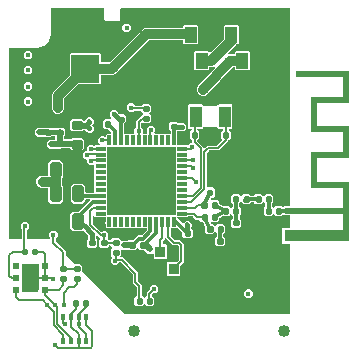
<source format=gbr>
G04 EAGLE Gerber RS-274X export*
G75*
%MOMM*%
%FSLAX34Y34*%
%LPD*%
%INTop Copper*%
%IPPOS*%
%AMOC8*
5,1,8,0,0,1.08239X$1,22.5*%
G01*
%ADD10R,0.850000X0.300000*%
%ADD11R,0.300000X0.850000*%
%ADD12R,5.250000X5.250000*%
%ADD13C,0.280800*%
%ADD14C,0.500000*%
%ADD15C,0.402900*%
%ADD16R,1.000000X1.800000*%
%ADD17R,0.850000X0.950000*%
%ADD18C,0.270000*%
%ADD19R,0.500000X0.900000*%
%ADD20R,0.500000X0.500000*%
%ADD21R,2.368000X2.403600*%
%ADD22R,1.450000X2.400000*%
%ADD23R,0.350000X0.500000*%
%ADD24C,1.016000*%
%ADD25R,1.000000X1.400000*%
%ADD26C,0.152400*%
%ADD27C,0.450000*%
%ADD28C,0.304800*%
%ADD29C,0.457200*%
%ADD30C,0.508000*%
%ADD31C,0.406400*%
%ADD32C,0.503200*%
%ADD33C,0.812800*%
%ADD34C,0.254000*%
%ADD35C,0.431800*%
%ADD36C,0.330200*%
%ADD37C,0.453200*%
%ADD38C,0.200000*%
%ADD39C,0.203200*%

G36*
X240177Y30992D02*
X240177Y30992D01*
X240196Y30990D01*
X240298Y31012D01*
X240400Y31029D01*
X240417Y31038D01*
X240437Y31042D01*
X240526Y31095D01*
X240617Y31144D01*
X240631Y31158D01*
X240648Y31168D01*
X240715Y31247D01*
X240787Y31322D01*
X240795Y31340D01*
X240808Y31355D01*
X240847Y31451D01*
X240890Y31545D01*
X240892Y31565D01*
X240900Y31583D01*
X240918Y31750D01*
X240918Y89678D01*
X240915Y89698D01*
X240917Y89717D01*
X240895Y89819D01*
X240879Y89921D01*
X240869Y89938D01*
X240865Y89958D01*
X240812Y90047D01*
X240763Y90138D01*
X240749Y90152D01*
X240739Y90169D01*
X240660Y90236D01*
X240585Y90308D01*
X240567Y90316D01*
X240552Y90329D01*
X240456Y90368D01*
X240362Y90411D01*
X240342Y90413D01*
X240324Y90421D01*
X240157Y90439D01*
X234535Y90439D01*
X233949Y91025D01*
X233949Y103285D01*
X234535Y103871D01*
X240157Y103871D01*
X240177Y103874D01*
X240196Y103872D01*
X240298Y103894D01*
X240400Y103910D01*
X240417Y103920D01*
X240437Y103924D01*
X240526Y103977D01*
X240617Y104026D01*
X240631Y104040D01*
X240648Y104050D01*
X240715Y104129D01*
X240787Y104204D01*
X240795Y104222D01*
X240808Y104237D01*
X240846Y104333D01*
X240890Y104427D01*
X240892Y104447D01*
X240900Y104465D01*
X240918Y104632D01*
X240918Y113764D01*
X240915Y113784D01*
X240917Y113803D01*
X240895Y113905D01*
X240879Y114007D01*
X240869Y114024D01*
X240865Y114044D01*
X240812Y114133D01*
X240763Y114224D01*
X240749Y114238D01*
X240739Y114255D01*
X240660Y114322D01*
X240585Y114393D01*
X240567Y114402D01*
X240552Y114415D01*
X240456Y114454D01*
X240362Y114497D01*
X240342Y114499D01*
X240324Y114507D01*
X240157Y114525D01*
X236028Y114525D01*
X235681Y114872D01*
X235666Y114882D01*
X235655Y114897D01*
X235567Y114954D01*
X235482Y115015D01*
X235464Y115021D01*
X235448Y115031D01*
X235346Y115057D01*
X235247Y115087D01*
X235228Y115087D01*
X235210Y115092D01*
X235106Y115084D01*
X235001Y115081D01*
X234983Y115075D01*
X234965Y115073D01*
X234868Y115033D01*
X234770Y114997D01*
X234755Y114985D01*
X234738Y114978D01*
X234607Y114873D01*
X233819Y114091D01*
X228948Y114108D01*
X227606Y115459D01*
X227590Y115471D01*
X227578Y115486D01*
X227491Y115542D01*
X227407Y115603D01*
X227388Y115609D01*
X227371Y115620D01*
X227271Y115646D01*
X227172Y115676D01*
X227152Y115676D01*
X227133Y115681D01*
X227030Y115673D01*
X226926Y115671D01*
X226907Y115664D01*
X226888Y115662D01*
X226792Y115622D01*
X226695Y115587D01*
X226679Y115575D01*
X226661Y115567D01*
X226530Y115463D01*
X225179Y114121D01*
X220308Y114138D01*
X218778Y115679D01*
X218797Y121150D01*
X219823Y122169D01*
X219877Y122244D01*
X219938Y122314D01*
X219949Y122343D01*
X219967Y122368D01*
X219995Y122456D01*
X220030Y122542D01*
X220034Y122581D01*
X220041Y122603D01*
X220040Y122635D01*
X220048Y122709D01*
X220048Y124065D01*
X220034Y124153D01*
X220027Y124243D01*
X220014Y124274D01*
X220008Y124307D01*
X219966Y124387D01*
X219931Y124470D01*
X219904Y124503D01*
X219893Y124525D01*
X219870Y124547D01*
X219827Y124601D01*
X219051Y125383D01*
X219035Y125394D01*
X219022Y125410D01*
X218936Y125466D01*
X218852Y125527D01*
X218833Y125533D01*
X218816Y125544D01*
X218716Y125569D01*
X218617Y125600D01*
X218597Y125600D01*
X218578Y125605D01*
X218474Y125597D01*
X218371Y125595D01*
X218352Y125588D01*
X218332Y125586D01*
X218237Y125546D01*
X218140Y125511D01*
X218124Y125498D01*
X218106Y125491D01*
X217974Y125386D01*
X216623Y124045D01*
X211752Y124062D01*
X210518Y125304D01*
X210444Y125359D01*
X210373Y125419D01*
X210344Y125431D01*
X210319Y125449D01*
X210231Y125476D01*
X210145Y125511D01*
X210106Y125515D01*
X210084Y125522D01*
X210052Y125521D01*
X209978Y125529D01*
X208060Y125529D01*
X207973Y125515D01*
X207886Y125509D01*
X207853Y125495D01*
X207817Y125490D01*
X207740Y125449D01*
X207659Y125415D01*
X207622Y125386D01*
X207599Y125375D01*
X207578Y125352D01*
X207527Y125312D01*
X206192Y124004D01*
X201321Y124055D01*
X199989Y125416D01*
X199973Y125427D01*
X199960Y125443D01*
X199874Y125500D01*
X199791Y125561D01*
X199771Y125567D01*
X199755Y125578D01*
X199655Y125604D01*
X199556Y125636D01*
X199536Y125636D01*
X199517Y125641D01*
X199414Y125634D01*
X199310Y125632D01*
X199292Y125626D01*
X199272Y125624D01*
X199176Y125585D01*
X199078Y125550D01*
X199063Y125538D01*
X199044Y125530D01*
X198912Y125427D01*
X198185Y124714D01*
X198128Y124638D01*
X198066Y124565D01*
X198056Y124539D01*
X198039Y124516D01*
X198010Y124426D01*
X197975Y124337D01*
X197971Y124302D01*
X197964Y124282D01*
X197965Y124249D01*
X197956Y124170D01*
X197956Y122354D01*
X197971Y122263D01*
X197978Y122173D01*
X197991Y122143D01*
X197996Y122111D01*
X198039Y122030D01*
X198074Y121946D01*
X198100Y121914D01*
X198111Y121893D01*
X198134Y121871D01*
X198143Y121861D01*
X198150Y121848D01*
X198159Y121841D01*
X198179Y121815D01*
X199149Y120846D01*
X199149Y115374D01*
X198473Y114699D01*
X198420Y114625D01*
X198361Y114555D01*
X198348Y114525D01*
X198330Y114499D01*
X198303Y114412D01*
X198269Y114327D01*
X198264Y114286D01*
X198257Y114264D01*
X198258Y114232D01*
X198250Y114161D01*
X198250Y112365D01*
X198265Y112275D01*
X198272Y112184D01*
X198285Y112155D01*
X198290Y112123D01*
X198333Y112042D01*
X198368Y111958D01*
X198394Y111926D01*
X198405Y111905D01*
X198428Y111883D01*
X198473Y111827D01*
X199726Y110574D01*
X199726Y105703D01*
X198191Y104168D01*
X192720Y104168D01*
X191185Y105703D01*
X191185Y110574D01*
X192438Y111827D01*
X192491Y111901D01*
X192550Y111971D01*
X192562Y112001D01*
X192581Y112027D01*
X192608Y112114D01*
X192642Y112199D01*
X192647Y112240D01*
X192654Y112262D01*
X192653Y112294D01*
X192661Y112365D01*
X192661Y113606D01*
X192646Y113696D01*
X192639Y113787D01*
X192626Y113816D01*
X192621Y113849D01*
X192578Y113929D01*
X192543Y114013D01*
X192517Y114045D01*
X192506Y114066D01*
X192483Y114088D01*
X192438Y114144D01*
X191396Y115185D01*
X191380Y115197D01*
X191368Y115213D01*
X191280Y115269D01*
X191197Y115329D01*
X191178Y115335D01*
X191161Y115346D01*
X191060Y115371D01*
X190962Y115401D01*
X190942Y115401D01*
X190922Y115406D01*
X190819Y115398D01*
X190716Y115395D01*
X190697Y115388D01*
X190677Y115387D01*
X190582Y115346D01*
X190485Y115311D01*
X190469Y115298D01*
X190451Y115290D01*
X190320Y115185D01*
X188974Y113839D01*
X184447Y113839D01*
X184355Y113824D01*
X184262Y113816D01*
X184226Y113803D01*
X184204Y113800D01*
X184176Y113784D01*
X184105Y113758D01*
X181318Y112356D01*
X181260Y112314D01*
X181210Y112288D01*
X181198Y112276D01*
X181169Y112258D01*
X181146Y112232D01*
X181119Y112212D01*
X181067Y112139D01*
X181053Y112123D01*
X181040Y112109D01*
X181039Y112106D01*
X181009Y112071D01*
X180996Y112039D01*
X180976Y112011D01*
X180950Y111926D01*
X180917Y111843D01*
X180912Y111799D01*
X180905Y111776D01*
X180906Y111744D01*
X180898Y111676D01*
X180898Y110541D01*
X179363Y109006D01*
X174623Y109006D01*
X174558Y108995D01*
X174493Y108995D01*
X174438Y108976D01*
X174380Y108966D01*
X174322Y108936D01*
X174260Y108914D01*
X174214Y108878D01*
X174163Y108851D01*
X174118Y108804D01*
X174066Y108764D01*
X174033Y108715D01*
X173993Y108673D01*
X173966Y108613D01*
X173929Y108559D01*
X173914Y108503D01*
X173890Y108450D01*
X173883Y108385D01*
X173865Y108321D01*
X173869Y108263D01*
X173863Y108205D01*
X173877Y108141D01*
X173881Y108076D01*
X173908Y107997D01*
X173915Y107965D01*
X173925Y107948D01*
X173936Y107917D01*
X174031Y107718D01*
X174086Y107638D01*
X174136Y107554D01*
X174156Y107537D01*
X174171Y107516D01*
X174249Y107457D01*
X174323Y107394D01*
X174347Y107384D01*
X174368Y107369D01*
X174461Y107339D01*
X174551Y107302D01*
X174584Y107299D01*
X174602Y107293D01*
X174635Y107293D01*
X174718Y107284D01*
X175611Y107284D01*
X176958Y105937D01*
X176974Y105926D01*
X176986Y105910D01*
X177073Y105854D01*
X177157Y105794D01*
X177176Y105788D01*
X177193Y105777D01*
X177294Y105752D01*
X177392Y105722D01*
X177412Y105722D01*
X177432Y105717D01*
X177535Y105725D01*
X177638Y105728D01*
X177657Y105735D01*
X177677Y105736D01*
X177772Y105777D01*
X177869Y105812D01*
X177885Y105825D01*
X177903Y105833D01*
X178034Y105937D01*
X179380Y107284D01*
X184251Y107284D01*
X185787Y105748D01*
X185787Y100277D01*
X184707Y99197D01*
X184653Y99123D01*
X184594Y99054D01*
X184582Y99024D01*
X184563Y98998D01*
X184536Y98911D01*
X184502Y98826D01*
X184498Y98785D01*
X184491Y98763D01*
X184492Y98730D01*
X184484Y98659D01*
X184484Y96976D01*
X184498Y96886D01*
X184505Y96795D01*
X184518Y96765D01*
X184523Y96733D01*
X184566Y96653D01*
X184602Y96569D01*
X184628Y96536D01*
X184638Y96516D01*
X184662Y96494D01*
X184707Y96438D01*
X185660Y95485D01*
X185660Y90014D01*
X184124Y88478D01*
X179253Y88478D01*
X177718Y90014D01*
X177718Y95485D01*
X178671Y96438D01*
X178724Y96512D01*
X178784Y96581D01*
X178796Y96611D01*
X178815Y96637D01*
X178842Y96724D01*
X178876Y96809D01*
X178880Y96850D01*
X178887Y96873D01*
X178886Y96905D01*
X178894Y96976D01*
X178894Y98913D01*
X178879Y99003D01*
X178872Y99094D01*
X178860Y99124D01*
X178854Y99156D01*
X178812Y99236D01*
X178776Y99320D01*
X178750Y99353D01*
X178739Y99373D01*
X178716Y99395D01*
X178671Y99451D01*
X178034Y100088D01*
X178018Y100100D01*
X178006Y100116D01*
X177919Y100171D01*
X177834Y100232D01*
X177815Y100238D01*
X177799Y100249D01*
X177698Y100274D01*
X177599Y100304D01*
X177579Y100304D01*
X177560Y100309D01*
X177457Y100301D01*
X177353Y100298D01*
X177335Y100291D01*
X177315Y100290D01*
X177220Y100249D01*
X177122Y100213D01*
X177107Y100201D01*
X177089Y100193D01*
X176958Y100088D01*
X175611Y98742D01*
X170740Y98742D01*
X169205Y100277D01*
X169205Y104679D01*
X169191Y104763D01*
X169186Y104847D01*
X169170Y104895D01*
X169165Y104921D01*
X169151Y104948D01*
X169131Y105006D01*
X167433Y108572D01*
X167377Y108652D01*
X167327Y108736D01*
X167307Y108753D01*
X167293Y108774D01*
X167214Y108832D01*
X167140Y108896D01*
X167116Y108905D01*
X167095Y108921D01*
X167003Y108951D01*
X166912Y108988D01*
X166880Y108991D01*
X166861Y108997D01*
X166828Y108997D01*
X166746Y109006D01*
X165852Y109006D01*
X164338Y110520D01*
X164264Y110573D01*
X164194Y110633D01*
X164164Y110645D01*
X164138Y110664D01*
X164051Y110691D01*
X163966Y110725D01*
X163925Y110729D01*
X163903Y110736D01*
X163871Y110735D01*
X163800Y110743D01*
X161613Y110743D01*
X158856Y113500D01*
X158782Y113553D01*
X158712Y113613D01*
X158682Y113625D01*
X158656Y113644D01*
X158569Y113671D01*
X158484Y113705D01*
X158443Y113709D01*
X158421Y113716D01*
X158389Y113715D01*
X158317Y113723D01*
X155392Y113723D01*
X155302Y113709D01*
X155211Y113701D01*
X155181Y113689D01*
X155149Y113684D01*
X155068Y113641D01*
X154984Y113605D01*
X154952Y113579D01*
X154932Y113568D01*
X154909Y113545D01*
X154853Y113500D01*
X154592Y113239D01*
X146348Y113239D01*
X146328Y113236D01*
X146309Y113238D01*
X146207Y113216D01*
X146105Y113200D01*
X146088Y113190D01*
X146068Y113186D01*
X145979Y113133D01*
X145888Y113084D01*
X145874Y113070D01*
X145857Y113060D01*
X145790Y112981D01*
X145718Y112906D01*
X145710Y112888D01*
X145697Y112873D01*
X145658Y112777D01*
X145615Y112683D01*
X145613Y112663D01*
X145605Y112645D01*
X145587Y112478D01*
X145587Y112409D01*
X145601Y112319D01*
X145609Y112228D01*
X145621Y112198D01*
X145626Y112166D01*
X145669Y112086D01*
X145705Y112002D01*
X145731Y111970D01*
X145742Y111949D01*
X145765Y111927D01*
X145810Y111871D01*
X149853Y107827D01*
X149870Y107815D01*
X149882Y107800D01*
X149969Y107744D01*
X150053Y107683D01*
X150072Y107678D01*
X150089Y107667D01*
X150189Y107641D01*
X150288Y107611D01*
X150308Y107612D01*
X150327Y107607D01*
X150430Y107615D01*
X150534Y107617D01*
X150553Y107624D01*
X150573Y107626D01*
X150668Y107666D01*
X150765Y107702D01*
X150781Y107714D01*
X150799Y107722D01*
X150930Y107827D01*
X152705Y109602D01*
X155651Y109602D01*
X157735Y107518D01*
X157735Y104572D01*
X157704Y104541D01*
X157651Y104467D01*
X157591Y104397D01*
X157579Y104367D01*
X157560Y104341D01*
X157533Y104254D01*
X157499Y104169D01*
X157495Y104128D01*
X157488Y104106D01*
X157489Y104074D01*
X157481Y104002D01*
X157481Y103237D01*
X157495Y103147D01*
X157503Y103056D01*
X157515Y103026D01*
X157520Y102994D01*
X157563Y102914D01*
X157599Y102830D01*
X157625Y102798D01*
X157636Y102777D01*
X157659Y102755D01*
X157704Y102699D01*
X158449Y101954D01*
X158449Y97146D01*
X156882Y95579D01*
X151474Y95579D01*
X149907Y97146D01*
X149907Y99553D01*
X149893Y99643D01*
X149885Y99734D01*
X149873Y99764D01*
X149868Y99796D01*
X149825Y99876D01*
X149789Y99960D01*
X149763Y99993D01*
X149752Y100013D01*
X149729Y100035D01*
X149684Y100091D01*
X146103Y103673D01*
X146086Y103685D01*
X146074Y103700D01*
X145987Y103756D01*
X145903Y103817D01*
X145884Y103822D01*
X145867Y103833D01*
X145767Y103858D01*
X145668Y103889D01*
X145648Y103888D01*
X145629Y103893D01*
X145526Y103885D01*
X145422Y103883D01*
X145403Y103876D01*
X145383Y103874D01*
X145288Y103834D01*
X145191Y103798D01*
X145175Y103786D01*
X145157Y103778D01*
X145026Y103673D01*
X144842Y103489D01*
X140716Y103489D01*
X140696Y103486D01*
X140677Y103488D01*
X140575Y103466D01*
X140473Y103450D01*
X140456Y103440D01*
X140436Y103436D01*
X140347Y103383D01*
X140256Y103334D01*
X140242Y103320D01*
X140225Y103310D01*
X140158Y103231D01*
X140086Y103156D01*
X140078Y103138D01*
X140065Y103123D01*
X140026Y103027D01*
X139983Y102933D01*
X139981Y102913D01*
X139973Y102895D01*
X139955Y102728D01*
X139955Y97296D01*
X139969Y97206D01*
X139977Y97115D01*
X139989Y97086D01*
X139994Y97054D01*
X140037Y96973D01*
X140073Y96889D01*
X140099Y96857D01*
X140110Y96836D01*
X140133Y96814D01*
X140178Y96758D01*
X143367Y93569D01*
X143441Y93516D01*
X143510Y93456D01*
X143541Y93444D01*
X143567Y93425D01*
X143654Y93398D01*
X143739Y93364D01*
X143780Y93360D01*
X143802Y93353D01*
X143834Y93354D01*
X143905Y93346D01*
X147890Y93346D01*
X150971Y90265D01*
X150971Y74771D01*
X148400Y72200D01*
X148347Y72126D01*
X148287Y72057D01*
X148275Y72026D01*
X148256Y72000D01*
X148229Y71913D01*
X148195Y71828D01*
X148191Y71787D01*
X148184Y71765D01*
X148185Y71733D01*
X148177Y71662D01*
X148177Y64055D01*
X147432Y63310D01*
X137880Y63310D01*
X137135Y64055D01*
X137135Y74607D01*
X137880Y75352D01*
X145487Y75352D01*
X145577Y75366D01*
X145668Y75374D01*
X145697Y75386D01*
X145729Y75391D01*
X145810Y75434D01*
X145894Y75470D01*
X145926Y75496D01*
X145947Y75507D01*
X145969Y75530D01*
X146025Y75575D01*
X146682Y76232D01*
X146735Y76306D01*
X146795Y76375D01*
X146807Y76406D01*
X146826Y76432D01*
X146853Y76519D01*
X146887Y76604D01*
X146891Y76645D01*
X146898Y76667D01*
X146897Y76699D01*
X146905Y76770D01*
X146905Y88265D01*
X146891Y88355D01*
X146883Y88446D01*
X146871Y88476D01*
X146866Y88508D01*
X146823Y88589D01*
X146787Y88673D01*
X146761Y88705D01*
X146750Y88725D01*
X146727Y88748D01*
X146682Y88804D01*
X146429Y89057D01*
X146355Y89110D01*
X146285Y89170D01*
X146255Y89182D01*
X146229Y89201D01*
X146142Y89228D01*
X146057Y89262D01*
X146016Y89266D01*
X145994Y89273D01*
X145962Y89272D01*
X145890Y89280D01*
X141906Y89280D01*
X137303Y93883D01*
X136148Y95038D01*
X136090Y95080D01*
X136038Y95129D01*
X135991Y95151D01*
X135949Y95182D01*
X135880Y95203D01*
X135815Y95233D01*
X135763Y95239D01*
X135713Y95254D01*
X135642Y95252D01*
X135571Y95260D01*
X135520Y95249D01*
X135468Y95248D01*
X135400Y95223D01*
X135330Y95208D01*
X135285Y95181D01*
X135237Y95163D01*
X135181Y95118D01*
X135119Y95082D01*
X135085Y95042D01*
X135045Y95009D01*
X135006Y94949D01*
X134959Y94895D01*
X134940Y94846D01*
X134912Y94802D01*
X134894Y94733D01*
X134867Y94666D01*
X134866Y94653D01*
X133412Y93199D01*
X133359Y93125D01*
X133299Y93056D01*
X133287Y93025D01*
X133268Y92999D01*
X133241Y92912D01*
X133228Y92879D01*
X133217Y92855D01*
X133216Y92850D01*
X133207Y92827D01*
X133203Y92786D01*
X133196Y92764D01*
X133197Y92732D01*
X133189Y92661D01*
X133189Y90613D01*
X133192Y90593D01*
X133190Y90574D01*
X133212Y90472D01*
X133228Y90370D01*
X133238Y90353D01*
X133242Y90333D01*
X133295Y90244D01*
X133344Y90153D01*
X133358Y90139D01*
X133368Y90122D01*
X133447Y90055D01*
X133522Y89983D01*
X133540Y89975D01*
X133555Y89962D01*
X133651Y89923D01*
X133745Y89880D01*
X133765Y89878D01*
X133783Y89870D01*
X133950Y89852D01*
X135932Y89852D01*
X136677Y89107D01*
X136677Y78555D01*
X135932Y77810D01*
X126380Y77810D01*
X125635Y78555D01*
X125635Y81451D01*
X125624Y81522D01*
X125622Y81594D01*
X125604Y81643D01*
X125596Y81694D01*
X125562Y81757D01*
X125537Y81825D01*
X125505Y81865D01*
X125480Y81911D01*
X125429Y81961D01*
X125384Y82017D01*
X125340Y82045D01*
X125302Y82081D01*
X125237Y82111D01*
X125177Y82150D01*
X125126Y82162D01*
X125079Y82184D01*
X125008Y82192D01*
X124938Y82210D01*
X124886Y82206D01*
X124835Y82211D01*
X124764Y82196D01*
X124693Y82191D01*
X124645Y82170D01*
X124594Y82159D01*
X124533Y82122D01*
X124467Y82094D01*
X124411Y82050D01*
X124383Y82033D01*
X124368Y82015D01*
X124336Y81990D01*
X124143Y81797D01*
X120986Y81797D01*
X117586Y85196D01*
X117512Y85249D01*
X117443Y85309D01*
X117412Y85321D01*
X117386Y85340D01*
X117299Y85367D01*
X117214Y85401D01*
X117173Y85405D01*
X117151Y85412D01*
X117119Y85411D01*
X117048Y85419D01*
X113882Y85419D01*
X112298Y87003D01*
X112282Y87015D01*
X112270Y87030D01*
X112182Y87086D01*
X112099Y87147D01*
X112080Y87152D01*
X112063Y87163D01*
X111962Y87189D01*
X111863Y87219D01*
X111844Y87218D01*
X111824Y87223D01*
X111721Y87215D01*
X111618Y87213D01*
X111599Y87206D01*
X111579Y87204D01*
X111484Y87164D01*
X111387Y87128D01*
X111371Y87116D01*
X111353Y87108D01*
X111222Y87003D01*
X109638Y85419D01*
X104208Y85419D01*
X104150Y85469D01*
X104119Y85481D01*
X104093Y85500D01*
X104006Y85527D01*
X103921Y85561D01*
X103881Y85565D01*
X103858Y85572D01*
X103826Y85571D01*
X103755Y85579D01*
X98377Y85579D01*
X98357Y85576D01*
X98338Y85578D01*
X98236Y85556D01*
X98134Y85540D01*
X98117Y85530D01*
X98097Y85526D01*
X98008Y85473D01*
X97917Y85424D01*
X97903Y85410D01*
X97886Y85400D01*
X97819Y85321D01*
X97747Y85246D01*
X97739Y85228D01*
X97726Y85213D01*
X97687Y85117D01*
X97644Y85023D01*
X97642Y85003D01*
X97634Y84985D01*
X97616Y84818D01*
X97616Y80291D01*
X97492Y80167D01*
X97450Y80109D01*
X97401Y80057D01*
X97379Y80010D01*
X97348Y79968D01*
X97327Y79899D01*
X97297Y79834D01*
X97291Y79782D01*
X97276Y79732D01*
X97278Y79661D01*
X97270Y79590D01*
X97281Y79539D01*
X97282Y79487D01*
X97307Y79419D01*
X97322Y79349D01*
X97349Y79304D01*
X97367Y79256D01*
X97412Y79200D01*
X97448Y79138D01*
X97488Y79104D01*
X97520Y79064D01*
X97581Y79025D01*
X97635Y78978D01*
X97684Y78959D01*
X97727Y78931D01*
X97797Y78913D01*
X97863Y78886D01*
X97935Y78878D01*
X97966Y78870D01*
X97989Y78872D01*
X98030Y78868D01*
X99267Y78868D01*
X112035Y66100D01*
X112035Y59067D01*
X112049Y58977D01*
X112057Y58886D01*
X112069Y58856D01*
X112074Y58824D01*
X112117Y58744D01*
X112153Y58660D01*
X112179Y58628D01*
X112190Y58607D01*
X112213Y58585D01*
X112258Y58529D01*
X115315Y55472D01*
X115315Y47026D01*
X115330Y46936D01*
X115337Y46845D01*
X115349Y46815D01*
X115354Y46783D01*
X115397Y46702D01*
X115433Y46618D01*
X115459Y46586D01*
X115470Y46566D01*
X115493Y46544D01*
X115538Y46488D01*
X117064Y44962D01*
X117080Y44950D01*
X117092Y44934D01*
X117179Y44878D01*
X117263Y44818D01*
X117283Y44812D01*
X117299Y44801D01*
X117400Y44776D01*
X117499Y44746D01*
X117518Y44746D01*
X117538Y44741D01*
X117641Y44749D01*
X117744Y44752D01*
X117763Y44759D01*
X117783Y44760D01*
X117878Y44801D01*
X117975Y44836D01*
X117991Y44849D01*
X118009Y44857D01*
X118140Y44962D01*
X119666Y46488D01*
X119719Y46561D01*
X119779Y46631D01*
X119791Y46661D01*
X119810Y46687D01*
X119837Y46774D01*
X119871Y46859D01*
X119875Y46900D01*
X119882Y46922D01*
X119881Y46955D01*
X119889Y47026D01*
X119889Y49104D01*
X121970Y51185D01*
X122023Y51259D01*
X122083Y51328D01*
X122095Y51359D01*
X122114Y51385D01*
X122141Y51472D01*
X122175Y51557D01*
X122179Y51598D01*
X122186Y51620D01*
X122185Y51652D01*
X122193Y51723D01*
X122193Y53535D01*
X124265Y55607D01*
X127195Y55607D01*
X129267Y53535D01*
X129267Y50605D01*
X127195Y48533D01*
X125383Y48533D01*
X125293Y48519D01*
X125202Y48511D01*
X125173Y48499D01*
X125141Y48494D01*
X125060Y48451D01*
X124976Y48415D01*
X124944Y48389D01*
X124923Y48378D01*
X124901Y48355D01*
X124845Y48310D01*
X124178Y47643D01*
X124125Y47569D01*
X124065Y47500D01*
X124053Y47469D01*
X124034Y47443D01*
X124007Y47356D01*
X123973Y47271D01*
X123969Y47230D01*
X123962Y47208D01*
X123963Y47176D01*
X123955Y47105D01*
X123955Y47026D01*
X123970Y46936D01*
X123977Y46845D01*
X123989Y46815D01*
X123994Y46783D01*
X124037Y46702D01*
X124073Y46618D01*
X124099Y46586D01*
X124110Y46566D01*
X124133Y46544D01*
X124178Y46488D01*
X125893Y44773D01*
X125893Y39301D01*
X124358Y37766D01*
X119486Y37766D01*
X118140Y39112D01*
X118124Y39124D01*
X118112Y39140D01*
X118024Y39196D01*
X117941Y39256D01*
X117922Y39262D01*
X117905Y39273D01*
X117804Y39298D01*
X117705Y39328D01*
X117686Y39328D01*
X117666Y39333D01*
X117563Y39325D01*
X117460Y39322D01*
X117441Y39315D01*
X117421Y39314D01*
X117326Y39273D01*
X117229Y39238D01*
X117213Y39225D01*
X117195Y39217D01*
X117064Y39112D01*
X115718Y37766D01*
X110846Y37766D01*
X109311Y39301D01*
X109311Y44773D01*
X111026Y46488D01*
X111079Y46562D01*
X111139Y46631D01*
X111151Y46661D01*
X111170Y46687D01*
X111197Y46774D01*
X111231Y46859D01*
X111235Y46900D01*
X111242Y46922D01*
X111241Y46955D01*
X111249Y47026D01*
X111249Y53472D01*
X111235Y53562D01*
X111227Y53653D01*
X111215Y53683D01*
X111210Y53715D01*
X111167Y53796D01*
X111131Y53880D01*
X111105Y53912D01*
X111094Y53932D01*
X111071Y53955D01*
X111026Y54011D01*
X107969Y57068D01*
X107969Y64101D01*
X107955Y64191D01*
X107947Y64282D01*
X107935Y64311D01*
X107930Y64343D01*
X107887Y64424D01*
X107851Y64508D01*
X107825Y64540D01*
X107814Y64561D01*
X107791Y64583D01*
X107746Y64639D01*
X97806Y74579D01*
X97732Y74632D01*
X97663Y74692D01*
X97632Y74704D01*
X97606Y74723D01*
X97519Y74750D01*
X97434Y74784D01*
X97393Y74788D01*
X97371Y74795D01*
X97339Y74794D01*
X97268Y74802D01*
X96629Y74802D01*
X96539Y74788D01*
X96448Y74780D01*
X96419Y74768D01*
X96387Y74763D01*
X96306Y74720D01*
X96222Y74684D01*
X96190Y74658D01*
X96169Y74647D01*
X96147Y74624D01*
X96091Y74579D01*
X94175Y72663D01*
X91245Y72663D01*
X89173Y74735D01*
X89173Y77665D01*
X89899Y78390D01*
X89910Y78406D01*
X89926Y78419D01*
X89982Y78506D01*
X90042Y78590D01*
X90048Y78609D01*
X90059Y78626D01*
X90084Y78726D01*
X90114Y78825D01*
X90114Y78845D01*
X90119Y78864D01*
X90111Y78967D01*
X90108Y79071D01*
X90101Y79090D01*
X90100Y79110D01*
X90059Y79204D01*
X90024Y79302D01*
X90011Y79318D01*
X90003Y79336D01*
X89928Y79430D01*
X89923Y79438D01*
X89917Y79443D01*
X89899Y79467D01*
X89074Y80291D01*
X89074Y85099D01*
X90432Y86457D01*
X90444Y86473D01*
X90459Y86485D01*
X90515Y86573D01*
X90576Y86656D01*
X90581Y86675D01*
X90592Y86692D01*
X90618Y86793D01*
X90648Y86892D01*
X90647Y86911D01*
X90652Y86931D01*
X90644Y87034D01*
X90642Y87137D01*
X90635Y87156D01*
X90633Y87176D01*
X90593Y87271D01*
X90557Y87368D01*
X90545Y87384D01*
X90537Y87402D01*
X90432Y87533D01*
X89057Y88908D01*
X89041Y88920D01*
X89029Y88935D01*
X88941Y88991D01*
X88858Y89052D01*
X88839Y89057D01*
X88822Y89068D01*
X88721Y89094D01*
X88622Y89124D01*
X88603Y89123D01*
X88583Y89128D01*
X88480Y89120D01*
X88377Y89118D01*
X88358Y89111D01*
X88338Y89109D01*
X88243Y89069D01*
X88146Y89033D01*
X88130Y89021D01*
X88112Y89013D01*
X87981Y88908D01*
X86270Y87197D01*
X80862Y87197D01*
X79295Y88764D01*
X79295Y93572D01*
X80167Y94444D01*
X80179Y94460D01*
X80194Y94472D01*
X80250Y94560D01*
X80311Y94643D01*
X80316Y94662D01*
X80327Y94679D01*
X80353Y94780D01*
X80383Y94878D01*
X80382Y94898D01*
X80387Y94918D01*
X80379Y95021D01*
X80377Y95124D01*
X80370Y95143D01*
X80368Y95163D01*
X80328Y95258D01*
X80292Y95355D01*
X80280Y95371D01*
X80272Y95389D01*
X80167Y95520D01*
X78643Y97044D01*
X78516Y97171D01*
X78458Y97213D01*
X78406Y97262D01*
X78359Y97284D01*
X78317Y97315D01*
X78248Y97336D01*
X78183Y97366D01*
X78131Y97372D01*
X78082Y97387D01*
X78010Y97385D01*
X77939Y97393D01*
X77888Y97382D01*
X77836Y97381D01*
X77768Y97356D01*
X77698Y97341D01*
X77653Y97314D01*
X77605Y97296D01*
X77549Y97251D01*
X77487Y97215D01*
X77453Y97175D01*
X77413Y97142D01*
X77374Y97082D01*
X77327Y97028D01*
X77308Y96979D01*
X77280Y96936D01*
X77262Y96866D01*
X77250Y96835D01*
X77200Y96777D01*
X77188Y96747D01*
X77169Y96721D01*
X77142Y96634D01*
X77108Y96549D01*
X77104Y96508D01*
X77097Y96486D01*
X77098Y96454D01*
X77090Y96382D01*
X77090Y94474D01*
X77104Y94384D01*
X77112Y94293D01*
X77124Y94263D01*
X77129Y94231D01*
X77172Y94151D01*
X77208Y94067D01*
X77234Y94035D01*
X77245Y94014D01*
X77268Y93992D01*
X77313Y93936D01*
X77677Y93572D01*
X77677Y88764D01*
X76110Y87197D01*
X70702Y87197D01*
X69135Y88764D01*
X69135Y93572D01*
X70007Y94444D01*
X70060Y94518D01*
X70120Y94587D01*
X70132Y94618D01*
X70151Y94644D01*
X70178Y94731D01*
X70212Y94816D01*
X70216Y94856D01*
X70223Y94879D01*
X70222Y94911D01*
X70230Y94982D01*
X70230Y96382D01*
X70216Y96473D01*
X70208Y96563D01*
X70196Y96593D01*
X70191Y96625D01*
X70148Y96706D01*
X70112Y96790D01*
X70103Y96801D01*
X70103Y96943D01*
X70089Y97033D01*
X70081Y97124D01*
X70069Y97154D01*
X70064Y97186D01*
X70021Y97266D01*
X69985Y97350D01*
X69959Y97382D01*
X69948Y97403D01*
X69925Y97425D01*
X69880Y97481D01*
X68906Y98455D01*
X68832Y98508D01*
X68763Y98568D01*
X68733Y98580D01*
X68707Y98599D01*
X68620Y98626D01*
X68535Y98660D01*
X68521Y98661D01*
X66319Y100863D01*
X66302Y100875D01*
X66290Y100891D01*
X66203Y100947D01*
X66119Y101007D01*
X66100Y101013D01*
X66083Y101024D01*
X65983Y101049D01*
X65884Y101079D01*
X65864Y101079D01*
X65845Y101084D01*
X65742Y101076D01*
X65638Y101073D01*
X65619Y101066D01*
X65599Y101065D01*
X65504Y101024D01*
X65407Y100989D01*
X65391Y100976D01*
X65373Y100968D01*
X65242Y100863D01*
X65228Y100849D01*
X57104Y100849D01*
X54895Y103058D01*
X54895Y115382D01*
X57104Y117591D01*
X61761Y117591D01*
X61851Y117605D01*
X61942Y117613D01*
X61972Y117625D01*
X62004Y117630D01*
X62085Y117673D01*
X62168Y117709D01*
X62201Y117735D01*
X62221Y117746D01*
X62243Y117769D01*
X62299Y117814D01*
X71401Y126916D01*
X71443Y126974D01*
X71493Y127026D01*
X71515Y127073D01*
X71545Y127115D01*
X71566Y127184D01*
X71596Y127249D01*
X71602Y127301D01*
X71617Y127351D01*
X71615Y127422D01*
X71623Y127493D01*
X71612Y127544D01*
X71611Y127596D01*
X71586Y127664D01*
X71571Y127734D01*
X71544Y127778D01*
X71526Y127827D01*
X71482Y127883D01*
X71445Y127945D01*
X71405Y127979D01*
X71373Y128019D01*
X71312Y128058D01*
X71258Y128105D01*
X71210Y128124D01*
X71166Y128152D01*
X71096Y128170D01*
X71030Y128197D01*
X70958Y128205D01*
X70927Y128213D01*
X70904Y128211D01*
X70863Y128215D01*
X68452Y128215D01*
X68432Y128212D01*
X68413Y128214D01*
X68311Y128192D01*
X68209Y128176D01*
X68192Y128166D01*
X68172Y128162D01*
X68083Y128109D01*
X67992Y128060D01*
X67978Y128046D01*
X67961Y128036D01*
X67894Y127957D01*
X67822Y127882D01*
X67814Y127864D01*
X67801Y127849D01*
X67762Y127753D01*
X67719Y127659D01*
X67717Y127639D01*
X67709Y127621D01*
X67691Y127454D01*
X67691Y126680D01*
X65482Y124471D01*
X57358Y124471D01*
X55149Y126680D01*
X55149Y139004D01*
X57358Y141213D01*
X65482Y141213D01*
X67691Y139004D01*
X67691Y134566D01*
X67694Y134546D01*
X67692Y134527D01*
X67714Y134425D01*
X67730Y134323D01*
X67740Y134306D01*
X67744Y134286D01*
X67797Y134197D01*
X67846Y134106D01*
X67860Y134092D01*
X67870Y134075D01*
X67949Y134008D01*
X68024Y133936D01*
X68042Y133928D01*
X68057Y133915D01*
X68153Y133876D01*
X68247Y133833D01*
X68267Y133831D01*
X68285Y133823D01*
X68452Y133805D01*
X74534Y133805D01*
X74554Y133808D01*
X74573Y133806D01*
X74675Y133828D01*
X74777Y133844D01*
X74794Y133854D01*
X74814Y133858D01*
X74903Y133911D01*
X74994Y133960D01*
X75008Y133974D01*
X75025Y133984D01*
X75092Y134063D01*
X75164Y134138D01*
X75172Y134156D01*
X75185Y134171D01*
X75224Y134267D01*
X75267Y134361D01*
X75269Y134381D01*
X75277Y134399D01*
X75295Y134566D01*
X75295Y138059D01*
X75314Y138088D01*
X75374Y138171D01*
X75380Y138190D01*
X75391Y138207D01*
X75416Y138308D01*
X75447Y138407D01*
X75446Y138427D01*
X75451Y138446D01*
X75443Y138549D01*
X75440Y138652D01*
X75433Y138671D01*
X75432Y138691D01*
X75391Y138786D01*
X75356Y138883D01*
X75343Y138899D01*
X75335Y138917D01*
X75295Y138968D01*
X75295Y143059D01*
X75314Y143088D01*
X75374Y143171D01*
X75380Y143190D01*
X75391Y143207D01*
X75416Y143308D01*
X75447Y143406D01*
X75446Y143426D01*
X75451Y143446D01*
X75443Y143549D01*
X75440Y143652D01*
X75433Y143671D01*
X75432Y143691D01*
X75391Y143786D01*
X75356Y143883D01*
X75343Y143899D01*
X75335Y143917D01*
X75295Y143968D01*
X75295Y148059D01*
X75314Y148088D01*
X75374Y148171D01*
X75380Y148190D01*
X75391Y148207D01*
X75416Y148308D01*
X75447Y148407D01*
X75446Y148427D01*
X75451Y148446D01*
X75443Y148549D01*
X75440Y148652D01*
X75433Y148671D01*
X75432Y148691D01*
X75391Y148786D01*
X75356Y148883D01*
X75343Y148899D01*
X75335Y148917D01*
X75295Y148968D01*
X75295Y153059D01*
X75314Y153088D01*
X75374Y153171D01*
X75380Y153190D01*
X75391Y153207D01*
X75416Y153308D01*
X75447Y153407D01*
X75446Y153427D01*
X75451Y153446D01*
X75443Y153549D01*
X75440Y153652D01*
X75433Y153671D01*
X75432Y153691D01*
X75391Y153786D01*
X75356Y153883D01*
X75343Y153899D01*
X75335Y153917D01*
X75295Y153968D01*
X75295Y156616D01*
X75293Y156627D01*
X75294Y156634D01*
X75286Y156670D01*
X75284Y156687D01*
X75282Y156759D01*
X75264Y156808D01*
X75256Y156859D01*
X75222Y156922D01*
X75197Y156990D01*
X75165Y157031D01*
X75140Y157077D01*
X75089Y157126D01*
X75044Y157182D01*
X75000Y157210D01*
X74962Y157246D01*
X74897Y157276D01*
X74837Y157315D01*
X74786Y157328D01*
X74739Y157350D01*
X74668Y157357D01*
X74598Y157375D01*
X74546Y157371D01*
X74495Y157377D01*
X74424Y157361D01*
X74353Y157356D01*
X74305Y157335D01*
X74254Y157324D01*
X74193Y157288D01*
X74131Y157261D01*
X71186Y157261D01*
X69123Y159324D01*
X69123Y161072D01*
X69120Y161092D01*
X69122Y161111D01*
X69100Y161213D01*
X69084Y161315D01*
X69074Y161332D01*
X69070Y161352D01*
X69017Y161441D01*
X68968Y161532D01*
X68954Y161546D01*
X68944Y161563D01*
X68865Y161630D01*
X68790Y161702D01*
X68772Y161710D01*
X68757Y161723D01*
X68661Y161762D01*
X68567Y161805D01*
X68547Y161807D01*
X68529Y161815D01*
X68362Y161833D01*
X67376Y161833D01*
X65313Y163896D01*
X65313Y166812D01*
X67376Y168875D01*
X68235Y168875D01*
X68255Y168878D01*
X68274Y168876D01*
X68376Y168898D01*
X68478Y168914D01*
X68495Y168924D01*
X68515Y168928D01*
X68604Y168981D01*
X68695Y169030D01*
X68709Y169044D01*
X68726Y169054D01*
X68793Y169133D01*
X68865Y169208D01*
X68873Y169226D01*
X68886Y169241D01*
X68925Y169337D01*
X68968Y169431D01*
X68970Y169451D01*
X68978Y169469D01*
X68996Y169636D01*
X68996Y172273D01*
X71059Y174336D01*
X73975Y174336D01*
X74747Y173564D01*
X74763Y173553D01*
X74775Y173537D01*
X74837Y173498D01*
X74889Y173453D01*
X74918Y173441D01*
X74946Y173421D01*
X74965Y173415D01*
X74982Y173404D01*
X75056Y173386D01*
X75117Y173361D01*
X75154Y173357D01*
X75182Y173348D01*
X75201Y173349D01*
X75221Y173344D01*
X75249Y173346D01*
X75284Y173343D01*
X75286Y173343D01*
X75349Y173353D01*
X75427Y173355D01*
X75446Y173362D01*
X75466Y173363D01*
X75499Y173377D01*
X75529Y173382D01*
X75588Y173413D01*
X75658Y173439D01*
X75674Y173452D01*
X75692Y173460D01*
X75726Y173487D01*
X75746Y173497D01*
X75768Y173520D01*
X75823Y173564D01*
X76040Y173781D01*
X79371Y173781D01*
X79442Y173792D01*
X79514Y173794D01*
X79563Y173812D01*
X79614Y173820D01*
X79677Y173854D01*
X79745Y173879D01*
X79785Y173911D01*
X79832Y173936D01*
X79881Y173988D01*
X79937Y174032D01*
X79965Y174076D01*
X80001Y174114D01*
X80031Y174179D01*
X80070Y174239D01*
X80083Y174290D01*
X80105Y174337D01*
X80112Y174408D01*
X80130Y174478D01*
X80126Y174530D01*
X80132Y174581D01*
X80116Y174652D01*
X80111Y174723D01*
X80090Y174771D01*
X80079Y174822D01*
X80043Y174883D01*
X80014Y174949D01*
X79970Y175005D01*
X79953Y175033D01*
X79935Y175048D01*
X79910Y175080D01*
X78521Y176469D01*
X78521Y179385D01*
X80584Y181448D01*
X83500Y181448D01*
X83746Y181202D01*
X83804Y181160D01*
X83856Y181111D01*
X83903Y181089D01*
X83945Y181059D01*
X84014Y181038D01*
X84079Y181007D01*
X84131Y181002D01*
X84181Y180986D01*
X84252Y180988D01*
X84323Y180980D01*
X84374Y180991D01*
X84426Y180993D01*
X84494Y181017D01*
X84564Y181033D01*
X84609Y181059D01*
X84657Y181077D01*
X84713Y181122D01*
X84775Y181159D01*
X84809Y181198D01*
X84849Y181231D01*
X84888Y181291D01*
X84935Y181346D01*
X84954Y181394D01*
X84982Y181438D01*
X85000Y181507D01*
X85027Y181574D01*
X85035Y181645D01*
X85043Y181676D01*
X85041Y181700D01*
X85045Y181741D01*
X85045Y182786D01*
X85790Y183531D01*
X89172Y183531D01*
X89243Y183542D01*
X89315Y183544D01*
X89364Y183562D01*
X89415Y183570D01*
X89478Y183604D01*
X89546Y183629D01*
X89586Y183661D01*
X89632Y183686D01*
X89682Y183737D01*
X89738Y183782D01*
X89766Y183826D01*
X89802Y183864D01*
X89832Y183929D01*
X89871Y183989D01*
X89883Y184040D01*
X89905Y184087D01*
X89913Y184158D01*
X89931Y184228D01*
X89927Y184280D01*
X89932Y184331D01*
X89917Y184402D01*
X89912Y184473D01*
X89891Y184521D01*
X89880Y184572D01*
X89843Y184633D01*
X89815Y184699D01*
X89770Y184755D01*
X89754Y184783D01*
X89736Y184798D01*
X89710Y184830D01*
X87264Y187276D01*
X87190Y187329D01*
X87121Y187389D01*
X87091Y187401D01*
X87065Y187420D01*
X86978Y187447D01*
X86893Y187481D01*
X86852Y187485D01*
X86830Y187492D01*
X86797Y187491D01*
X86726Y187499D01*
X84319Y187499D01*
X82752Y189066D01*
X82752Y194474D01*
X84319Y196041D01*
X88966Y196041D01*
X89036Y196052D01*
X89108Y196054D01*
X89157Y196072D01*
X89209Y196080D01*
X89272Y196114D01*
X89339Y196139D01*
X89380Y196171D01*
X89426Y196196D01*
X89475Y196248D01*
X89531Y196292D01*
X89559Y196336D01*
X89595Y196374D01*
X89625Y196439D01*
X89664Y196499D01*
X89677Y196550D01*
X89699Y196597D01*
X89707Y196668D01*
X89724Y196738D01*
X89720Y196790D01*
X89726Y196841D01*
X89711Y196912D01*
X89705Y196983D01*
X89685Y197031D01*
X89674Y197082D01*
X89637Y197143D01*
X89609Y197209D01*
X89564Y197265D01*
X89548Y197293D01*
X89530Y197308D01*
X89504Y197340D01*
X88157Y198687D01*
X88157Y201617D01*
X90229Y203689D01*
X93159Y203689D01*
X95249Y201599D01*
X95253Y201547D01*
X95265Y201517D01*
X95270Y201486D01*
X95313Y201405D01*
X95349Y201321D01*
X95375Y201289D01*
X95386Y201268D01*
X95409Y201246D01*
X95454Y201190D01*
X96471Y200173D01*
X96545Y200120D01*
X96614Y200060D01*
X96645Y200048D01*
X96671Y200029D01*
X96758Y200002D01*
X96843Y199968D01*
X96884Y199964D01*
X96906Y199957D01*
X96938Y199958D01*
X97009Y199950D01*
X100494Y199950D01*
X102061Y198383D01*
X102061Y193575D01*
X100808Y192322D01*
X100755Y192248D01*
X100695Y192179D01*
X100683Y192148D01*
X100664Y192122D01*
X100637Y192035D01*
X100603Y191950D01*
X100599Y191910D01*
X100592Y191887D01*
X100593Y191855D01*
X100585Y191784D01*
X100585Y184292D01*
X100588Y184272D01*
X100586Y184253D01*
X100608Y184151D01*
X100624Y184049D01*
X100634Y184032D01*
X100638Y184012D01*
X100691Y183923D01*
X100740Y183832D01*
X100754Y183818D01*
X100764Y183801D01*
X100843Y183734D01*
X100918Y183662D01*
X100936Y183654D01*
X100951Y183641D01*
X101047Y183602D01*
X101141Y183559D01*
X101161Y183557D01*
X101179Y183549D01*
X101346Y183531D01*
X104865Y183531D01*
X104894Y183512D01*
X104977Y183452D01*
X104996Y183446D01*
X105013Y183435D01*
X105114Y183410D01*
X105213Y183379D01*
X105233Y183380D01*
X105252Y183375D01*
X105355Y183383D01*
X105458Y183386D01*
X105477Y183393D01*
X105497Y183394D01*
X105592Y183435D01*
X105689Y183470D01*
X105705Y183483D01*
X105723Y183491D01*
X105774Y183531D01*
X108494Y183531D01*
X108514Y183534D01*
X108533Y183532D01*
X108635Y183554D01*
X108737Y183570D01*
X108754Y183580D01*
X108774Y183584D01*
X108863Y183637D01*
X108954Y183686D01*
X108968Y183700D01*
X108985Y183710D01*
X109052Y183789D01*
X109124Y183864D01*
X109132Y183882D01*
X109145Y183897D01*
X109184Y183993D01*
X109227Y184087D01*
X109229Y184107D01*
X109237Y184125D01*
X109255Y184292D01*
X109255Y187259D01*
X110520Y188524D01*
X110573Y188598D01*
X110633Y188668D01*
X110645Y188698D01*
X110664Y188724D01*
X110691Y188811D01*
X110725Y188896D01*
X110729Y188937D01*
X110736Y188959D01*
X110735Y188991D01*
X110743Y189063D01*
X110743Y194261D01*
X114632Y198150D01*
X114685Y198224D01*
X114745Y198293D01*
X114757Y198324D01*
X114776Y198350D01*
X114803Y198437D01*
X114837Y198522D01*
X114841Y198563D01*
X114848Y198585D01*
X114847Y198617D01*
X114855Y198688D01*
X114855Y198776D01*
X116201Y200122D01*
X116213Y200138D01*
X116229Y200150D01*
X116285Y200238D01*
X116345Y200321D01*
X116351Y200340D01*
X116362Y200357D01*
X116387Y200458D01*
X116417Y200557D01*
X116417Y200576D01*
X116422Y200596D01*
X116414Y200699D01*
X116411Y200802D01*
X116404Y200821D01*
X116403Y200841D01*
X116362Y200936D01*
X116327Y201033D01*
X116314Y201049D01*
X116306Y201067D01*
X116201Y201198D01*
X114835Y202564D01*
X114832Y202579D01*
X114816Y202681D01*
X114806Y202698D01*
X114802Y202718D01*
X114749Y202807D01*
X114700Y202898D01*
X114686Y202912D01*
X114676Y202929D01*
X114597Y202996D01*
X114522Y203068D01*
X114504Y203076D01*
X114489Y203089D01*
X114393Y203128D01*
X114299Y203171D01*
X114279Y203173D01*
X114261Y203181D01*
X114094Y203199D01*
X109180Y203199D01*
X109090Y203185D01*
X108999Y203177D01*
X108969Y203165D01*
X108937Y203160D01*
X108856Y203117D01*
X108772Y203081D01*
X108740Y203055D01*
X108720Y203044D01*
X108697Y203021D01*
X108641Y202976D01*
X107884Y202219D01*
X104968Y202219D01*
X102905Y204282D01*
X102905Y207198D01*
X104968Y209261D01*
X107884Y209261D01*
X109657Y207488D01*
X109731Y207435D01*
X109801Y207375D01*
X109831Y207363D01*
X109857Y207344D01*
X109944Y207317D01*
X110029Y207283D01*
X110070Y207279D01*
X110092Y207272D01*
X110124Y207273D01*
X110196Y207265D01*
X114389Y207265D01*
X114479Y207279D01*
X114570Y207287D01*
X114600Y207299D01*
X114632Y207304D01*
X114713Y207347D01*
X114796Y207383D01*
X114829Y207409D01*
X114849Y207420D01*
X114871Y207443D01*
X114927Y207488D01*
X116390Y208951D01*
X121862Y208951D01*
X123397Y207416D01*
X123397Y202544D01*
X122051Y201198D01*
X122039Y201182D01*
X122023Y201170D01*
X121967Y201082D01*
X121907Y200999D01*
X121901Y200980D01*
X121890Y200963D01*
X121865Y200862D01*
X121835Y200763D01*
X121835Y200744D01*
X121830Y200724D01*
X121838Y200621D01*
X121841Y200518D01*
X121848Y200499D01*
X121849Y200479D01*
X121890Y200384D01*
X121925Y200287D01*
X121938Y200271D01*
X121946Y200253D01*
X122051Y200122D01*
X123397Y198776D01*
X123397Y193904D01*
X121862Y192369D01*
X116390Y192369D01*
X116108Y192651D01*
X116050Y192693D01*
X115998Y192743D01*
X115951Y192765D01*
X115909Y192795D01*
X115840Y192816D01*
X115775Y192846D01*
X115723Y192852D01*
X115673Y192867D01*
X115602Y192866D01*
X115531Y192873D01*
X115480Y192862D01*
X115428Y192861D01*
X115360Y192836D01*
X115290Y192821D01*
X115245Y192794D01*
X115197Y192777D01*
X115141Y192732D01*
X115079Y192695D01*
X115045Y192655D01*
X115005Y192623D01*
X114966Y192563D01*
X114919Y192508D01*
X114900Y192460D01*
X114872Y192416D01*
X114854Y192347D01*
X114827Y192280D01*
X114819Y192209D01*
X114811Y192177D01*
X114813Y192154D01*
X114809Y192113D01*
X114809Y189063D01*
X114823Y188973D01*
X114831Y188882D01*
X114843Y188852D01*
X114848Y188820D01*
X114891Y188739D01*
X114927Y188655D01*
X114953Y188623D01*
X114964Y188603D01*
X114987Y188580D01*
X115032Y188524D01*
X116297Y187259D01*
X116297Y184292D01*
X116300Y184272D01*
X116298Y184253D01*
X116320Y184151D01*
X116336Y184049D01*
X116346Y184032D01*
X116350Y184012D01*
X116403Y183923D01*
X116452Y183832D01*
X116466Y183818D01*
X116476Y183801D01*
X116555Y183734D01*
X116630Y183662D01*
X116648Y183654D01*
X116663Y183641D01*
X116759Y183602D01*
X116853Y183559D01*
X116873Y183557D01*
X116891Y183549D01*
X117058Y183531D01*
X119532Y183531D01*
X119603Y183542D01*
X119675Y183544D01*
X119724Y183562D01*
X119775Y183570D01*
X119838Y183604D01*
X119906Y183629D01*
X119947Y183661D01*
X119993Y183686D01*
X120042Y183737D01*
X120098Y183782D01*
X120126Y183826D01*
X120162Y183864D01*
X120192Y183929D01*
X120231Y183989D01*
X120244Y184040D01*
X120266Y184087D01*
X120273Y184158D01*
X120291Y184228D01*
X120287Y184280D01*
X120293Y184331D01*
X120277Y184402D01*
X120272Y184473D01*
X120251Y184521D01*
X120240Y184572D01*
X120204Y184633D01*
X120175Y184699D01*
X120131Y184755D01*
X120114Y184783D01*
X120096Y184798D01*
X120071Y184830D01*
X119669Y185232D01*
X119669Y188148D01*
X121732Y190211D01*
X124648Y190211D01*
X126711Y188148D01*
X126711Y185232D01*
X126309Y184830D01*
X126267Y184772D01*
X126218Y184720D01*
X126196Y184673D01*
X126166Y184631D01*
X126145Y184562D01*
X126114Y184497D01*
X126109Y184445D01*
X126093Y184395D01*
X126095Y184324D01*
X126087Y184253D01*
X126098Y184202D01*
X126100Y184150D01*
X126124Y184082D01*
X126140Y184012D01*
X126166Y183967D01*
X126184Y183919D01*
X126229Y183863D01*
X126266Y183801D01*
X126305Y183767D01*
X126338Y183727D01*
X126398Y183688D01*
X126453Y183641D01*
X126501Y183622D01*
X126545Y183594D01*
X126614Y183576D01*
X126681Y183549D01*
X126752Y183541D01*
X126783Y183533D01*
X126807Y183535D01*
X126848Y183531D01*
X129865Y183531D01*
X129894Y183512D01*
X129977Y183452D01*
X129996Y183446D01*
X130013Y183435D01*
X130114Y183410D01*
X130213Y183379D01*
X130233Y183380D01*
X130252Y183375D01*
X130355Y183383D01*
X130458Y183386D01*
X130477Y183393D01*
X130497Y183394D01*
X130592Y183435D01*
X130689Y183470D01*
X130705Y183483D01*
X130723Y183491D01*
X130774Y183531D01*
X134865Y183531D01*
X134894Y183512D01*
X134977Y183452D01*
X134996Y183446D01*
X135013Y183435D01*
X135114Y183410D01*
X135213Y183379D01*
X135233Y183380D01*
X135252Y183375D01*
X135355Y183383D01*
X135458Y183386D01*
X135477Y183393D01*
X135497Y183394D01*
X135592Y183435D01*
X135689Y183470D01*
X135705Y183483D01*
X135723Y183491D01*
X135774Y183531D01*
X139260Y183531D01*
X139280Y183534D01*
X139299Y183532D01*
X139401Y183554D01*
X139503Y183570D01*
X139520Y183580D01*
X139540Y183584D01*
X139629Y183637D01*
X139720Y183686D01*
X139734Y183700D01*
X139751Y183710D01*
X139818Y183789D01*
X139890Y183864D01*
X139898Y183882D01*
X139911Y183897D01*
X139950Y183993D01*
X139993Y184087D01*
X139995Y184107D01*
X140003Y184125D01*
X140021Y184292D01*
X140021Y185112D01*
X140007Y185202D01*
X139999Y185293D01*
X139987Y185323D01*
X139982Y185355D01*
X139939Y185435D01*
X139903Y185519D01*
X139877Y185551D01*
X139866Y185572D01*
X139843Y185594D01*
X139798Y185650D01*
X138223Y187225D01*
X138223Y192033D01*
X139790Y193600D01*
X145198Y193600D01*
X146042Y192756D01*
X146116Y192703D01*
X146185Y192643D01*
X146216Y192631D01*
X146242Y192612D01*
X146329Y192585D01*
X146414Y192551D01*
X146454Y192547D01*
X146477Y192540D01*
X146509Y192541D01*
X146580Y192533D01*
X147465Y192533D01*
X147555Y192547D01*
X147646Y192555D01*
X147675Y192567D01*
X147707Y192572D01*
X147788Y192615D01*
X147872Y192651D01*
X147904Y192677D01*
X147925Y192688D01*
X147947Y192711D01*
X148003Y192756D01*
X148014Y192767D01*
X150944Y192767D01*
X153016Y190695D01*
X153016Y187765D01*
X150944Y185693D01*
X148014Y185693D01*
X148003Y185704D01*
X147929Y185757D01*
X147860Y185817D01*
X147829Y185829D01*
X147803Y185848D01*
X147716Y185875D01*
X147631Y185909D01*
X147590Y185913D01*
X147568Y185920D01*
X147536Y185919D01*
X147465Y185927D01*
X146372Y185927D01*
X146352Y185924D01*
X146333Y185926D01*
X146231Y185904D01*
X146129Y185888D01*
X146112Y185878D01*
X146092Y185874D01*
X146003Y185821D01*
X145912Y185772D01*
X145898Y185758D01*
X145881Y185748D01*
X145814Y185669D01*
X145742Y185594D01*
X145734Y185576D01*
X145721Y185561D01*
X145682Y185465D01*
X145639Y185371D01*
X145637Y185351D01*
X145629Y185333D01*
X145611Y185166D01*
X145611Y176693D01*
X145605Y176680D01*
X145601Y176639D01*
X145594Y176617D01*
X145595Y176584D01*
X145587Y176513D01*
X145587Y174542D01*
X145590Y174522D01*
X145588Y174503D01*
X145610Y174401D01*
X145626Y174299D01*
X145636Y174282D01*
X145640Y174262D01*
X145693Y174173D01*
X145742Y174082D01*
X145756Y174068D01*
X145766Y174051D01*
X145845Y173984D01*
X145920Y173912D01*
X145938Y173904D01*
X145953Y173891D01*
X146049Y173852D01*
X146143Y173809D01*
X146163Y173807D01*
X146181Y173799D01*
X146348Y173781D01*
X154262Y173781D01*
X154352Y173795D01*
X154443Y173803D01*
X154473Y173815D01*
X154505Y173820D01*
X154586Y173863D01*
X154670Y173899D01*
X154702Y173925D01*
X154722Y173936D01*
X154745Y173959D01*
X154801Y174004D01*
X156657Y175860D01*
X157353Y175860D01*
X157373Y175863D01*
X157392Y175861D01*
X157494Y175883D01*
X157596Y175899D01*
X157613Y175909D01*
X157633Y175913D01*
X157722Y175966D01*
X157813Y176015D01*
X157827Y176029D01*
X157844Y176039D01*
X157911Y176118D01*
X157983Y176193D01*
X157991Y176211D01*
X158004Y176226D01*
X158043Y176322D01*
X158086Y176416D01*
X158088Y176436D01*
X158096Y176454D01*
X158114Y176621D01*
X158114Y177560D01*
X158100Y177650D01*
X158092Y177741D01*
X158080Y177771D01*
X158075Y177803D01*
X158032Y177883D01*
X157996Y177967D01*
X157970Y177999D01*
X157959Y178020D01*
X157936Y178042D01*
X157891Y178098D01*
X156194Y179795D01*
X156194Y185203D01*
X157541Y186550D01*
X157583Y186608D01*
X157632Y186660D01*
X157654Y186707D01*
X157685Y186749D01*
X157706Y186818D01*
X157736Y186883D01*
X157742Y186935D01*
X157757Y186985D01*
X157755Y187056D01*
X157763Y187127D01*
X157752Y187178D01*
X157751Y187230D01*
X157726Y187298D01*
X157711Y187368D01*
X157684Y187413D01*
X157666Y187461D01*
X157621Y187517D01*
X157585Y187579D01*
X157545Y187613D01*
X157512Y187653D01*
X157452Y187692D01*
X157398Y187739D01*
X157349Y187758D01*
X157306Y187786D01*
X157236Y187804D01*
X157170Y187831D01*
X157098Y187839D01*
X157067Y187847D01*
X157044Y187845D01*
X157003Y187849D01*
X155456Y187849D01*
X154711Y188594D01*
X154711Y207646D01*
X155456Y208391D01*
X166508Y208391D01*
X167284Y207615D01*
X167358Y207562D01*
X167428Y207502D01*
X167458Y207490D01*
X167484Y207471D01*
X167571Y207444D01*
X167656Y207410D01*
X167697Y207406D01*
X167719Y207399D01*
X167751Y207400D01*
X167823Y207392D01*
X179141Y207392D01*
X179231Y207406D01*
X179322Y207414D01*
X179352Y207426D01*
X179384Y207431D01*
X179465Y207474D01*
X179549Y207510D01*
X179581Y207536D01*
X179601Y207547D01*
X179624Y207570D01*
X179680Y207615D01*
X180456Y208391D01*
X191508Y208391D01*
X192253Y207646D01*
X192253Y188594D01*
X191508Y187849D01*
X189834Y187849D01*
X189763Y187838D01*
X189692Y187836D01*
X189643Y187818D01*
X189591Y187810D01*
X189528Y187776D01*
X189461Y187751D01*
X189420Y187719D01*
X189374Y187694D01*
X189325Y187642D01*
X189269Y187598D01*
X189241Y187554D01*
X189205Y187516D01*
X189174Y187451D01*
X189136Y187391D01*
X189123Y187340D01*
X189101Y187293D01*
X189093Y187222D01*
X189076Y187152D01*
X189080Y187100D01*
X189074Y187049D01*
X189089Y186978D01*
X189095Y186907D01*
X189115Y186859D01*
X189126Y186808D01*
X189163Y186747D01*
X189191Y186681D01*
X189236Y186625D01*
X189252Y186597D01*
X189270Y186582D01*
X189296Y186550D01*
X190643Y185203D01*
X190643Y179795D01*
X188928Y178080D01*
X188875Y178006D01*
X188815Y177937D01*
X188803Y177906D01*
X188784Y177880D01*
X188757Y177793D01*
X188723Y177708D01*
X188719Y177668D01*
X188712Y177645D01*
X188713Y177613D01*
X188709Y177579D01*
X180674Y169544D01*
X172861Y169544D01*
X172771Y169530D01*
X172680Y169522D01*
X172651Y169510D01*
X172619Y169505D01*
X172538Y169462D01*
X172454Y169426D01*
X172422Y169400D01*
X172401Y169389D01*
X172394Y169382D01*
X172393Y169381D01*
X172377Y169365D01*
X172323Y169321D01*
X170531Y167529D01*
X170478Y167455D01*
X170418Y167386D01*
X170406Y167355D01*
X170387Y167329D01*
X170360Y167242D01*
X170326Y167157D01*
X170322Y167116D01*
X170315Y167094D01*
X170316Y167062D01*
X170308Y166991D01*
X170308Y138890D01*
X170311Y138870D01*
X170309Y138851D01*
X170331Y138749D01*
X170347Y138647D01*
X170357Y138630D01*
X170361Y138610D01*
X170414Y138521D01*
X170463Y138430D01*
X170477Y138416D01*
X170487Y138399D01*
X170566Y138332D01*
X170641Y138260D01*
X170659Y138252D01*
X170674Y138239D01*
X170770Y138200D01*
X170864Y138157D01*
X170884Y138155D01*
X170902Y138147D01*
X171069Y138129D01*
X175535Y138129D01*
X177070Y136594D01*
X177070Y131122D01*
X175535Y129587D01*
X174640Y129587D01*
X174544Y129572D01*
X174447Y129562D01*
X174423Y129552D01*
X174397Y129548D01*
X174312Y129502D01*
X174223Y129462D01*
X174203Y129445D01*
X174180Y129432D01*
X174113Y129362D01*
X174041Y129296D01*
X174024Y129268D01*
X174011Y129254D01*
X173997Y129224D01*
X173953Y129153D01*
X173859Y128956D01*
X173841Y128893D01*
X173813Y128834D01*
X173807Y128776D01*
X173791Y128720D01*
X173793Y128655D01*
X173786Y128589D01*
X173798Y128533D01*
X173801Y128474D01*
X173824Y128413D01*
X173838Y128349D01*
X173868Y128299D01*
X173889Y128245D01*
X173931Y128194D01*
X173965Y128138D01*
X174009Y128100D01*
X174046Y128055D01*
X174101Y128021D01*
X174151Y127978D01*
X174206Y127956D01*
X174255Y127926D01*
X174319Y127911D01*
X174380Y127886D01*
X174462Y127877D01*
X174494Y127869D01*
X174514Y127871D01*
X174546Y127868D01*
X179285Y127868D01*
X180820Y126333D01*
X180820Y125004D01*
X180831Y124934D01*
X180833Y124863D01*
X180851Y124813D01*
X180860Y124761D01*
X180893Y124699D01*
X180917Y124632D01*
X180950Y124590D01*
X180975Y124544D01*
X181026Y124495D01*
X181070Y124440D01*
X181130Y124397D01*
X181153Y124374D01*
X181174Y124365D01*
X181206Y124341D01*
X184494Y122480D01*
X184598Y122441D01*
X184702Y122399D01*
X184716Y122398D01*
X184724Y122395D01*
X184751Y122394D01*
X184869Y122381D01*
X188974Y122381D01*
X190320Y121035D01*
X190336Y121023D01*
X190348Y121007D01*
X190412Y120966D01*
X190459Y120927D01*
X190484Y120916D01*
X190519Y120891D01*
X190538Y120885D01*
X190555Y120874D01*
X190643Y120852D01*
X190687Y120835D01*
X190711Y120832D01*
X190755Y120819D01*
X190775Y120819D01*
X190794Y120814D01*
X190839Y120818D01*
X190853Y120816D01*
X190863Y120816D01*
X190900Y120822D01*
X191000Y120825D01*
X191019Y120832D01*
X191039Y120833D01*
X191084Y120852D01*
X191105Y120856D01*
X191151Y120880D01*
X191231Y120909D01*
X191247Y120922D01*
X191265Y120930D01*
X191306Y120962D01*
X191323Y120971D01*
X191341Y120991D01*
X191396Y121035D01*
X192144Y121782D01*
X192197Y121856D01*
X192256Y121925D01*
X192268Y121955D01*
X192287Y121982D01*
X192314Y122069D01*
X192348Y122153D01*
X192353Y122194D01*
X192360Y122217D01*
X192359Y122249D01*
X192367Y122320D01*
X192367Y124156D01*
X192353Y124242D01*
X192347Y124330D01*
X192333Y124363D01*
X192327Y124399D01*
X192286Y124476D01*
X192253Y124557D01*
X192224Y124594D01*
X192212Y124616D01*
X192189Y124638D01*
X192149Y124689D01*
X191162Y125697D01*
X191219Y131168D01*
X192771Y132687D01*
X197641Y132636D01*
X198973Y131275D01*
X198990Y131264D01*
X199002Y131248D01*
X199088Y131191D01*
X199172Y131130D01*
X199191Y131124D01*
X199207Y131113D01*
X199307Y131087D01*
X199406Y131055D01*
X199426Y131055D01*
X199445Y131050D01*
X199549Y131057D01*
X199652Y131059D01*
X199671Y131065D01*
X199691Y131067D01*
X199786Y131106D01*
X199884Y131141D01*
X199900Y131153D01*
X199918Y131161D01*
X200050Y131264D01*
X201410Y132596D01*
X206281Y132545D01*
X207454Y131347D01*
X207531Y131291D01*
X207603Y131229D01*
X207629Y131219D01*
X207652Y131202D01*
X207743Y131173D01*
X207831Y131137D01*
X207867Y131133D01*
X207887Y131127D01*
X207919Y131127D01*
X207998Y131119D01*
X209974Y131119D01*
X210062Y131133D01*
X210152Y131140D01*
X210183Y131153D01*
X210216Y131159D01*
X210296Y131201D01*
X210379Y131236D01*
X210412Y131262D01*
X210434Y131274D01*
X210456Y131297D01*
X210510Y131340D01*
X211782Y132603D01*
X216653Y132586D01*
X217995Y131235D01*
X218011Y131224D01*
X218023Y131208D01*
X218110Y131152D01*
X218194Y131091D01*
X218213Y131085D01*
X218230Y131074D01*
X218330Y131049D01*
X218429Y131018D01*
X218449Y131018D01*
X218468Y131013D01*
X218571Y131021D01*
X218675Y131023D01*
X218693Y131030D01*
X218713Y131032D01*
X218808Y131072D01*
X218906Y131107D01*
X218922Y131119D01*
X218940Y131127D01*
X219071Y131232D01*
X220422Y132573D01*
X225293Y132556D01*
X226823Y131016D01*
X226804Y125545D01*
X225862Y124610D01*
X225808Y124535D01*
X225748Y124464D01*
X225736Y124435D01*
X225718Y124410D01*
X225691Y124322D01*
X225656Y124236D01*
X225652Y124197D01*
X225645Y124175D01*
X225646Y124143D01*
X225637Y124069D01*
X225637Y122544D01*
X225652Y122455D01*
X225659Y122366D01*
X225672Y122335D01*
X225677Y122301D01*
X225719Y122222D01*
X225754Y122139D01*
X225781Y122105D01*
X225792Y122084D01*
X225815Y122062D01*
X225859Y122008D01*
X226550Y121312D01*
X226566Y121300D01*
X226579Y121284D01*
X226665Y121228D01*
X226749Y121167D01*
X226768Y121161D01*
X226785Y121151D01*
X226885Y121125D01*
X226984Y121094D01*
X227004Y121095D01*
X227023Y121090D01*
X227126Y121097D01*
X227230Y121100D01*
X227249Y121106D01*
X227269Y121108D01*
X227364Y121148D01*
X227461Y121183D01*
X227477Y121196D01*
X227495Y121203D01*
X227627Y121308D01*
X228977Y122649D01*
X233848Y122632D01*
X234678Y121797D01*
X234695Y121785D01*
X234708Y121768D01*
X234772Y121727D01*
X234818Y121688D01*
X234842Y121678D01*
X234877Y121653D01*
X234897Y121647D01*
X234915Y121635D01*
X235005Y121612D01*
X235046Y121596D01*
X235067Y121594D01*
X235112Y121580D01*
X235133Y121580D01*
X235154Y121575D01*
X235202Y121579D01*
X235213Y121578D01*
X235223Y121578D01*
X235256Y121583D01*
X235358Y121585D01*
X235378Y121592D01*
X235399Y121594D01*
X235445Y121614D01*
X235466Y121617D01*
X235508Y121640D01*
X235589Y121669D01*
X235606Y121682D01*
X235625Y121690D01*
X235667Y121723D01*
X235683Y121732D01*
X235701Y121751D01*
X235756Y121795D01*
X236028Y122067D01*
X236626Y122067D01*
X236701Y122079D01*
X240157Y122079D01*
X240177Y122082D01*
X240196Y122080D01*
X240298Y122102D01*
X240400Y122119D01*
X240417Y122128D01*
X240437Y122132D01*
X240526Y122185D01*
X240617Y122234D01*
X240631Y122248D01*
X240648Y122258D01*
X240715Y122337D01*
X240787Y122412D01*
X240795Y122430D01*
X240808Y122445D01*
X240847Y122542D01*
X240890Y122635D01*
X240892Y122655D01*
X240900Y122673D01*
X240918Y122840D01*
X240918Y289231D01*
X240915Y289251D01*
X240917Y289270D01*
X240895Y289372D01*
X240879Y289474D01*
X240869Y289491D01*
X240865Y289511D01*
X240812Y289600D01*
X240763Y289691D01*
X240749Y289705D01*
X240739Y289722D01*
X240660Y289789D01*
X240585Y289860D01*
X240567Y289869D01*
X240552Y289882D01*
X240456Y289921D01*
X240362Y289964D01*
X240342Y289966D01*
X240324Y289974D01*
X240157Y289992D01*
X98141Y289992D01*
X98121Y289989D01*
X98101Y289991D01*
X98000Y289969D01*
X97898Y289952D01*
X97880Y289943D01*
X97861Y289939D01*
X97772Y289886D01*
X97680Y289837D01*
X97667Y289823D01*
X97650Y289813D01*
X97582Y289734D01*
X97511Y289659D01*
X97503Y289641D01*
X97490Y289626D01*
X97451Y289530D01*
X97407Y289436D01*
X97405Y289416D01*
X97398Y289398D01*
X97379Y289231D01*
X97379Y279883D01*
X96219Y278722D01*
X85037Y278722D01*
X83876Y279883D01*
X83876Y289231D01*
X83873Y289251D01*
X83875Y289270D01*
X83853Y289372D01*
X83836Y289474D01*
X83827Y289491D01*
X83823Y289511D01*
X83769Y289600D01*
X83721Y289691D01*
X83707Y289705D01*
X83696Y289722D01*
X83618Y289789D01*
X83543Y289860D01*
X83525Y289869D01*
X83510Y289882D01*
X83413Y289921D01*
X83320Y289964D01*
X83300Y289966D01*
X83281Y289974D01*
X83115Y289992D01*
X39411Y289992D01*
X39391Y289989D01*
X39371Y289991D01*
X39270Y289969D01*
X39168Y289952D01*
X39150Y289943D01*
X39131Y289939D01*
X39042Y289886D01*
X38950Y289837D01*
X38937Y289823D01*
X38920Y289813D01*
X38852Y289734D01*
X38781Y289659D01*
X38773Y289641D01*
X38760Y289626D01*
X38721Y289530D01*
X38677Y289436D01*
X38675Y289416D01*
X38668Y289398D01*
X38649Y289231D01*
X38649Y271038D01*
X38652Y271025D01*
X38650Y271003D01*
X38791Y268027D01*
X36595Y262351D01*
X32291Y258047D01*
X26614Y255851D01*
X23639Y255991D01*
X23625Y255990D01*
X23603Y255992D01*
X3411Y255992D01*
X3391Y255989D01*
X3371Y255991D01*
X3270Y255969D01*
X3168Y255952D01*
X3150Y255943D01*
X3131Y255939D01*
X3042Y255886D01*
X2950Y255837D01*
X2937Y255823D01*
X2920Y255813D01*
X2852Y255734D01*
X2781Y255659D01*
X2773Y255641D01*
X2760Y255626D01*
X2721Y255530D01*
X2677Y255436D01*
X2675Y255416D01*
X2668Y255398D01*
X2649Y255231D01*
X2649Y95250D01*
X2653Y95230D01*
X2650Y95211D01*
X2672Y95109D01*
X2689Y95007D01*
X2698Y94990D01*
X2703Y94970D01*
X2756Y94881D01*
X2804Y94790D01*
X2819Y94776D01*
X2829Y94759D01*
X2908Y94692D01*
X2983Y94621D01*
X3001Y94612D01*
X3016Y94599D01*
X3112Y94560D01*
X3206Y94517D01*
X3225Y94515D01*
X3244Y94507D01*
X3411Y94489D01*
X13226Y94489D01*
X13246Y94492D01*
X13265Y94490D01*
X13367Y94512D01*
X13469Y94529D01*
X13486Y94538D01*
X13506Y94542D01*
X13595Y94595D01*
X13686Y94644D01*
X13700Y94658D01*
X13717Y94668D01*
X13784Y94747D01*
X13856Y94822D01*
X13864Y94840D01*
X13877Y94855D01*
X13916Y94951D01*
X13959Y95045D01*
X13961Y95065D01*
X13969Y95083D01*
X13987Y95250D01*
X13987Y102616D01*
X13973Y102706D01*
X13965Y102797D01*
X13953Y102826D01*
X13948Y102858D01*
X13905Y102939D01*
X13869Y103023D01*
X13843Y103055D01*
X13832Y103076D01*
X13809Y103098D01*
X13764Y103154D01*
X12973Y103945D01*
X12973Y106875D01*
X15045Y108947D01*
X17975Y108947D01*
X20047Y106875D01*
X20047Y103945D01*
X18276Y102174D01*
X18223Y102100D01*
X18163Y102031D01*
X18151Y102000D01*
X18132Y101974D01*
X18105Y101887D01*
X18071Y101802D01*
X18067Y101761D01*
X18060Y101739D01*
X18061Y101707D01*
X18053Y101636D01*
X18053Y95250D01*
X18056Y95230D01*
X18054Y95211D01*
X18076Y95109D01*
X18092Y95007D01*
X18102Y94990D01*
X18106Y94970D01*
X18159Y94881D01*
X18208Y94790D01*
X18222Y94776D01*
X18232Y94759D01*
X18311Y94692D01*
X18386Y94621D01*
X18404Y94612D01*
X18419Y94599D01*
X18515Y94560D01*
X18609Y94517D01*
X18629Y94515D01*
X18647Y94507D01*
X18814Y94489D01*
X37102Y94489D01*
X37172Y94500D01*
X37244Y94502D01*
X37293Y94520D01*
X37344Y94529D01*
X37408Y94562D01*
X37475Y94587D01*
X37516Y94619D01*
X37562Y94644D01*
X37611Y94696D01*
X37667Y94740D01*
X37695Y94784D01*
X37731Y94822D01*
X37761Y94887D01*
X37800Y94947D01*
X37813Y94998D01*
X37835Y95045D01*
X37843Y95116D01*
X37860Y95186D01*
X37856Y95238D01*
X37862Y95289D01*
X37847Y95360D01*
X37841Y95431D01*
X37821Y95479D01*
X37810Y95530D01*
X37773Y95591D01*
X37745Y95657D01*
X37700Y95713D01*
X37684Y95741D01*
X37666Y95756D01*
X37640Y95788D01*
X37103Y96325D01*
X37103Y99255D01*
X39175Y101327D01*
X42105Y101327D01*
X44177Y99255D01*
X44177Y96325D01*
X42896Y95044D01*
X42843Y94970D01*
X42783Y94901D01*
X42771Y94870D01*
X42752Y94844D01*
X42725Y94757D01*
X42691Y94672D01*
X42687Y94631D01*
X42680Y94609D01*
X42681Y94577D01*
X42673Y94506D01*
X42673Y92597D01*
X42687Y92507D01*
X42695Y92416D01*
X42707Y92387D01*
X42712Y92355D01*
X42755Y92274D01*
X42791Y92190D01*
X42817Y92158D01*
X42828Y92137D01*
X42851Y92115D01*
X42896Y92059D01*
X50928Y84027D01*
X50928Y81661D01*
X50942Y81571D01*
X50950Y81480D01*
X50962Y81450D01*
X50967Y81418D01*
X51010Y81338D01*
X51046Y81254D01*
X51072Y81222D01*
X51083Y81201D01*
X51106Y81179D01*
X51151Y81123D01*
X58736Y73538D01*
X58810Y73485D01*
X58879Y73425D01*
X58909Y73413D01*
X58935Y73394D01*
X59022Y73367D01*
X59107Y73333D01*
X59148Y73329D01*
X59171Y73322D01*
X59203Y73323D01*
X59274Y73315D01*
X63315Y73315D01*
X64850Y71780D01*
X64850Y67739D01*
X64864Y67649D01*
X64872Y67558D01*
X64884Y67528D01*
X64889Y67496D01*
X64932Y67416D01*
X64968Y67332D01*
X64994Y67300D01*
X65005Y67279D01*
X65028Y67257D01*
X65073Y67201D01*
X101062Y31212D01*
X101136Y31159D01*
X101205Y31099D01*
X101235Y31087D01*
X101261Y31068D01*
X101348Y31041D01*
X101433Y31007D01*
X101474Y31003D01*
X101497Y30996D01*
X101529Y30997D01*
X101600Y30989D01*
X240157Y30989D01*
X240177Y30992D01*
G37*
G36*
X140355Y114383D02*
X140355Y114383D01*
X140458Y114386D01*
X140477Y114393D01*
X140497Y114394D01*
X140592Y114435D01*
X140689Y114470D01*
X140705Y114483D01*
X140723Y114491D01*
X140774Y114531D01*
X143534Y114531D01*
X143554Y114534D01*
X143573Y114532D01*
X143675Y114554D01*
X143777Y114570D01*
X143794Y114580D01*
X143814Y114584D01*
X143903Y114637D01*
X143994Y114686D01*
X144008Y114700D01*
X144025Y114710D01*
X144092Y114789D01*
X144164Y114864D01*
X144172Y114882D01*
X144185Y114897D01*
X144224Y114993D01*
X144267Y115087D01*
X144269Y115107D01*
X144277Y115125D01*
X144295Y115292D01*
X144295Y118059D01*
X144314Y118088D01*
X144374Y118171D01*
X144380Y118190D01*
X144391Y118207D01*
X144416Y118308D01*
X144447Y118406D01*
X144446Y118426D01*
X144451Y118446D01*
X144443Y118549D01*
X144440Y118652D01*
X144433Y118671D01*
X144432Y118691D01*
X144391Y118786D01*
X144356Y118883D01*
X144343Y118899D01*
X144335Y118917D01*
X144295Y118968D01*
X144295Y123059D01*
X144314Y123088D01*
X144374Y123171D01*
X144380Y123190D01*
X144391Y123207D01*
X144416Y123308D01*
X144447Y123406D01*
X144446Y123426D01*
X144451Y123446D01*
X144443Y123549D01*
X144440Y123652D01*
X144433Y123671D01*
X144432Y123691D01*
X144391Y123786D01*
X144356Y123883D01*
X144343Y123899D01*
X144335Y123917D01*
X144295Y123968D01*
X144295Y128059D01*
X144314Y128088D01*
X144374Y128171D01*
X144380Y128190D01*
X144391Y128207D01*
X144416Y128308D01*
X144447Y128406D01*
X144446Y128426D01*
X144451Y128446D01*
X144443Y128549D01*
X144440Y128652D01*
X144433Y128671D01*
X144432Y128691D01*
X144391Y128786D01*
X144356Y128883D01*
X144343Y128899D01*
X144335Y128917D01*
X144295Y128968D01*
X144295Y133059D01*
X144314Y133088D01*
X144374Y133171D01*
X144380Y133190D01*
X144391Y133207D01*
X144416Y133308D01*
X144447Y133406D01*
X144446Y133426D01*
X144451Y133446D01*
X144443Y133549D01*
X144440Y133652D01*
X144433Y133671D01*
X144432Y133691D01*
X144391Y133786D01*
X144356Y133883D01*
X144343Y133899D01*
X144335Y133917D01*
X144295Y133968D01*
X144295Y138059D01*
X144314Y138088D01*
X144374Y138171D01*
X144380Y138190D01*
X144391Y138207D01*
X144416Y138308D01*
X144447Y138406D01*
X144446Y138426D01*
X144451Y138446D01*
X144443Y138549D01*
X144440Y138652D01*
X144433Y138671D01*
X144432Y138691D01*
X144391Y138786D01*
X144356Y138883D01*
X144343Y138899D01*
X144335Y138917D01*
X144295Y138968D01*
X144295Y143059D01*
X144314Y143088D01*
X144374Y143171D01*
X144380Y143190D01*
X144391Y143207D01*
X144416Y143308D01*
X144447Y143406D01*
X144446Y143426D01*
X144451Y143446D01*
X144443Y143549D01*
X144440Y143652D01*
X144433Y143671D01*
X144432Y143691D01*
X144391Y143786D01*
X144356Y143883D01*
X144343Y143899D01*
X144335Y143917D01*
X144295Y143968D01*
X144295Y148059D01*
X144314Y148088D01*
X144374Y148171D01*
X144380Y148190D01*
X144391Y148207D01*
X144416Y148308D01*
X144447Y148406D01*
X144446Y148426D01*
X144451Y148446D01*
X144443Y148549D01*
X144440Y148652D01*
X144433Y148671D01*
X144432Y148691D01*
X144391Y148786D01*
X144356Y148883D01*
X144343Y148899D01*
X144335Y148917D01*
X144295Y148968D01*
X144295Y153059D01*
X144314Y153088D01*
X144374Y153171D01*
X144380Y153190D01*
X144391Y153207D01*
X144416Y153308D01*
X144447Y153406D01*
X144446Y153426D01*
X144451Y153446D01*
X144443Y153549D01*
X144440Y153652D01*
X144433Y153671D01*
X144432Y153691D01*
X144391Y153786D01*
X144356Y153883D01*
X144343Y153899D01*
X144335Y153917D01*
X144295Y153968D01*
X144295Y158059D01*
X144314Y158088D01*
X144374Y158171D01*
X144380Y158190D01*
X144391Y158207D01*
X144416Y158308D01*
X144447Y158406D01*
X144446Y158426D01*
X144451Y158446D01*
X144443Y158549D01*
X144440Y158652D01*
X144433Y158671D01*
X144432Y158691D01*
X144391Y158786D01*
X144356Y158883D01*
X144343Y158899D01*
X144335Y158917D01*
X144295Y158968D01*
X144295Y163059D01*
X144314Y163088D01*
X144374Y163171D01*
X144380Y163190D01*
X144391Y163207D01*
X144416Y163308D01*
X144447Y163406D01*
X144446Y163426D01*
X144451Y163446D01*
X144443Y163549D01*
X144440Y163652D01*
X144433Y163671D01*
X144432Y163691D01*
X144391Y163786D01*
X144356Y163883D01*
X144343Y163899D01*
X144335Y163917D01*
X144295Y163968D01*
X144295Y168059D01*
X144314Y168088D01*
X144374Y168171D01*
X144380Y168190D01*
X144391Y168207D01*
X144416Y168308D01*
X144447Y168406D01*
X144446Y168426D01*
X144451Y168446D01*
X144443Y168549D01*
X144440Y168652D01*
X144433Y168671D01*
X144432Y168691D01*
X144391Y168786D01*
X144356Y168883D01*
X144343Y168899D01*
X144335Y168917D01*
X144295Y168968D01*
X144295Y171728D01*
X144292Y171748D01*
X144294Y171767D01*
X144272Y171869D01*
X144256Y171971D01*
X144246Y171988D01*
X144242Y172008D01*
X144189Y172097D01*
X144140Y172188D01*
X144126Y172202D01*
X144116Y172219D01*
X144037Y172286D01*
X143962Y172358D01*
X143944Y172366D01*
X143929Y172379D01*
X143833Y172418D01*
X143739Y172461D01*
X143719Y172463D01*
X143701Y172471D01*
X143534Y172489D01*
X140767Y172489D01*
X140738Y172508D01*
X140655Y172568D01*
X140636Y172574D01*
X140619Y172585D01*
X140518Y172610D01*
X140420Y172641D01*
X140400Y172640D01*
X140380Y172645D01*
X140277Y172637D01*
X140174Y172634D01*
X140155Y172627D01*
X140135Y172626D01*
X140040Y172585D01*
X139943Y172550D01*
X139927Y172537D01*
X139909Y172529D01*
X139858Y172489D01*
X135767Y172489D01*
X135738Y172508D01*
X135655Y172568D01*
X135636Y172574D01*
X135619Y172585D01*
X135518Y172610D01*
X135420Y172641D01*
X135400Y172640D01*
X135380Y172645D01*
X135277Y172637D01*
X135174Y172634D01*
X135155Y172627D01*
X135135Y172626D01*
X135040Y172585D01*
X134943Y172550D01*
X134927Y172537D01*
X134909Y172529D01*
X134858Y172489D01*
X130767Y172489D01*
X130738Y172508D01*
X130655Y172568D01*
X130636Y172574D01*
X130619Y172585D01*
X130518Y172610D01*
X130420Y172641D01*
X130400Y172640D01*
X130380Y172645D01*
X130277Y172637D01*
X130174Y172634D01*
X130155Y172627D01*
X130135Y172626D01*
X130040Y172585D01*
X129943Y172550D01*
X129927Y172537D01*
X129909Y172529D01*
X129858Y172489D01*
X125767Y172489D01*
X125738Y172508D01*
X125655Y172568D01*
X125636Y172574D01*
X125619Y172585D01*
X125518Y172610D01*
X125420Y172641D01*
X125400Y172640D01*
X125380Y172645D01*
X125277Y172637D01*
X125174Y172634D01*
X125155Y172627D01*
X125135Y172626D01*
X125040Y172585D01*
X124943Y172550D01*
X124927Y172537D01*
X124909Y172529D01*
X124858Y172489D01*
X120767Y172489D01*
X120738Y172508D01*
X120655Y172568D01*
X120636Y172574D01*
X120619Y172585D01*
X120518Y172610D01*
X120420Y172641D01*
X120400Y172640D01*
X120380Y172645D01*
X120277Y172637D01*
X120174Y172634D01*
X120155Y172627D01*
X120135Y172626D01*
X120040Y172585D01*
X119943Y172550D01*
X119927Y172537D01*
X119909Y172529D01*
X119858Y172489D01*
X115767Y172489D01*
X115738Y172508D01*
X115655Y172568D01*
X115636Y172574D01*
X115619Y172585D01*
X115518Y172610D01*
X115420Y172641D01*
X115400Y172640D01*
X115380Y172645D01*
X115277Y172637D01*
X115174Y172634D01*
X115155Y172627D01*
X115135Y172626D01*
X115040Y172585D01*
X114943Y172550D01*
X114927Y172537D01*
X114909Y172529D01*
X114858Y172489D01*
X110767Y172489D01*
X110738Y172508D01*
X110655Y172568D01*
X110636Y172574D01*
X110619Y172585D01*
X110518Y172610D01*
X110420Y172641D01*
X110400Y172640D01*
X110380Y172645D01*
X110277Y172637D01*
X110174Y172634D01*
X110155Y172627D01*
X110135Y172626D01*
X110040Y172585D01*
X109943Y172550D01*
X109927Y172537D01*
X109909Y172529D01*
X109858Y172489D01*
X105767Y172489D01*
X105738Y172508D01*
X105655Y172568D01*
X105636Y172574D01*
X105619Y172585D01*
X105518Y172610D01*
X105420Y172641D01*
X105400Y172640D01*
X105380Y172645D01*
X105277Y172637D01*
X105174Y172634D01*
X105155Y172627D01*
X105135Y172626D01*
X105040Y172585D01*
X104943Y172550D01*
X104927Y172537D01*
X104909Y172529D01*
X104858Y172489D01*
X100767Y172489D01*
X100738Y172508D01*
X100655Y172568D01*
X100636Y172574D01*
X100619Y172585D01*
X100518Y172610D01*
X100420Y172641D01*
X100400Y172640D01*
X100380Y172645D01*
X100277Y172637D01*
X100174Y172634D01*
X100155Y172627D01*
X100135Y172626D01*
X100040Y172585D01*
X99943Y172550D01*
X99927Y172537D01*
X99909Y172529D01*
X99858Y172489D01*
X95767Y172489D01*
X95738Y172508D01*
X95655Y172568D01*
X95636Y172574D01*
X95619Y172585D01*
X95518Y172610D01*
X95420Y172641D01*
X95400Y172640D01*
X95380Y172645D01*
X95277Y172637D01*
X95174Y172634D01*
X95155Y172627D01*
X95135Y172626D01*
X95040Y172585D01*
X94943Y172550D01*
X94927Y172537D01*
X94909Y172529D01*
X94858Y172489D01*
X90767Y172489D01*
X90738Y172508D01*
X90655Y172568D01*
X90636Y172574D01*
X90619Y172585D01*
X90518Y172610D01*
X90420Y172641D01*
X90400Y172640D01*
X90380Y172645D01*
X90277Y172637D01*
X90174Y172634D01*
X90155Y172627D01*
X90135Y172626D01*
X90040Y172585D01*
X89943Y172550D01*
X89927Y172537D01*
X89909Y172529D01*
X89858Y172489D01*
X87098Y172489D01*
X87078Y172486D01*
X87059Y172488D01*
X86957Y172466D01*
X86855Y172450D01*
X86838Y172440D01*
X86818Y172436D01*
X86729Y172383D01*
X86638Y172334D01*
X86624Y172320D01*
X86607Y172310D01*
X86540Y172231D01*
X86468Y172156D01*
X86460Y172138D01*
X86447Y172123D01*
X86408Y172027D01*
X86365Y171933D01*
X86363Y171913D01*
X86355Y171895D01*
X86337Y171728D01*
X86337Y168961D01*
X86318Y168932D01*
X86258Y168849D01*
X86252Y168830D01*
X86241Y168813D01*
X86216Y168712D01*
X86185Y168614D01*
X86186Y168594D01*
X86181Y168574D01*
X86189Y168471D01*
X86192Y168368D01*
X86199Y168349D01*
X86200Y168329D01*
X86241Y168234D01*
X86276Y168137D01*
X86289Y168121D01*
X86297Y168103D01*
X86337Y168052D01*
X86337Y163961D01*
X86318Y163932D01*
X86258Y163849D01*
X86252Y163830D01*
X86241Y163813D01*
X86216Y163712D01*
X86185Y163614D01*
X86186Y163594D01*
X86181Y163574D01*
X86189Y163471D01*
X86192Y163368D01*
X86199Y163349D01*
X86200Y163329D01*
X86241Y163234D01*
X86276Y163137D01*
X86289Y163121D01*
X86297Y163103D01*
X86337Y163052D01*
X86337Y158961D01*
X86318Y158932D01*
X86258Y158849D01*
X86252Y158830D01*
X86241Y158813D01*
X86216Y158712D01*
X86185Y158614D01*
X86186Y158594D01*
X86181Y158574D01*
X86189Y158471D01*
X86192Y158368D01*
X86199Y158349D01*
X86200Y158329D01*
X86241Y158234D01*
X86276Y158137D01*
X86289Y158121D01*
X86297Y158103D01*
X86337Y158052D01*
X86337Y153961D01*
X86318Y153932D01*
X86258Y153849D01*
X86252Y153830D01*
X86241Y153813D01*
X86216Y153712D01*
X86185Y153614D01*
X86186Y153594D01*
X86181Y153574D01*
X86189Y153471D01*
X86192Y153368D01*
X86199Y153349D01*
X86200Y153329D01*
X86241Y153234D01*
X86276Y153137D01*
X86289Y153121D01*
X86297Y153103D01*
X86337Y153052D01*
X86337Y148961D01*
X86318Y148932D01*
X86258Y148849D01*
X86252Y148830D01*
X86241Y148813D01*
X86216Y148712D01*
X86185Y148614D01*
X86186Y148594D01*
X86181Y148574D01*
X86189Y148471D01*
X86192Y148368D01*
X86199Y148349D01*
X86200Y148329D01*
X86241Y148234D01*
X86276Y148137D01*
X86289Y148121D01*
X86297Y148103D01*
X86337Y148052D01*
X86337Y143961D01*
X86318Y143932D01*
X86258Y143849D01*
X86252Y143830D01*
X86241Y143813D01*
X86216Y143712D01*
X86185Y143613D01*
X86186Y143593D01*
X86181Y143574D01*
X86189Y143471D01*
X86192Y143368D01*
X86199Y143349D01*
X86200Y143329D01*
X86241Y143234D01*
X86276Y143137D01*
X86289Y143121D01*
X86297Y143103D01*
X86337Y143052D01*
X86337Y138961D01*
X86318Y138932D01*
X86258Y138849D01*
X86252Y138830D01*
X86241Y138813D01*
X86216Y138712D01*
X86185Y138614D01*
X86186Y138594D01*
X86181Y138574D01*
X86189Y138471D01*
X86192Y138368D01*
X86199Y138349D01*
X86200Y138329D01*
X86241Y138234D01*
X86276Y138137D01*
X86289Y138121D01*
X86297Y138103D01*
X86337Y138052D01*
X86337Y133961D01*
X86318Y133932D01*
X86258Y133849D01*
X86252Y133830D01*
X86241Y133813D01*
X86216Y133712D01*
X86185Y133614D01*
X86186Y133594D01*
X86181Y133574D01*
X86189Y133471D01*
X86192Y133368D01*
X86199Y133349D01*
X86200Y133329D01*
X86241Y133234D01*
X86276Y133137D01*
X86289Y133121D01*
X86297Y133103D01*
X86337Y133052D01*
X86337Y128961D01*
X86318Y128932D01*
X86258Y128849D01*
X86252Y128830D01*
X86241Y128813D01*
X86216Y128712D01*
X86185Y128614D01*
X86186Y128594D01*
X86181Y128574D01*
X86189Y128471D01*
X86192Y128368D01*
X86199Y128349D01*
X86200Y128329D01*
X86241Y128234D01*
X86276Y128137D01*
X86289Y128121D01*
X86297Y128103D01*
X86337Y128052D01*
X86337Y123961D01*
X86318Y123932D01*
X86258Y123849D01*
X86252Y123830D01*
X86241Y123813D01*
X86216Y123712D01*
X86185Y123614D01*
X86186Y123594D01*
X86181Y123574D01*
X86189Y123471D01*
X86192Y123368D01*
X86199Y123349D01*
X86200Y123329D01*
X86241Y123234D01*
X86276Y123137D01*
X86289Y123121D01*
X86297Y123103D01*
X86337Y123052D01*
X86337Y118965D01*
X86333Y118961D01*
X86323Y118941D01*
X86318Y118932D01*
X86258Y118849D01*
X86252Y118830D01*
X86241Y118813D01*
X86216Y118712D01*
X86185Y118614D01*
X86186Y118594D01*
X86181Y118574D01*
X86189Y118471D01*
X86192Y118368D01*
X86199Y118349D01*
X86200Y118329D01*
X86241Y118234D01*
X86276Y118137D01*
X86289Y118121D01*
X86297Y118103D01*
X86337Y118052D01*
X86337Y115292D01*
X86340Y115272D01*
X86338Y115253D01*
X86360Y115151D01*
X86376Y115049D01*
X86386Y115032D01*
X86390Y115012D01*
X86443Y114923D01*
X86492Y114832D01*
X86506Y114818D01*
X86516Y114801D01*
X86595Y114734D01*
X86670Y114662D01*
X86688Y114654D01*
X86703Y114641D01*
X86799Y114602D01*
X86893Y114559D01*
X86913Y114557D01*
X86931Y114549D01*
X87098Y114531D01*
X89865Y114531D01*
X89894Y114512D01*
X89977Y114452D01*
X89996Y114446D01*
X90013Y114435D01*
X90114Y114410D01*
X90212Y114379D01*
X90232Y114380D01*
X90252Y114375D01*
X90355Y114383D01*
X90458Y114386D01*
X90477Y114393D01*
X90497Y114394D01*
X90592Y114435D01*
X90689Y114470D01*
X90705Y114483D01*
X90723Y114491D01*
X90774Y114531D01*
X94865Y114531D01*
X94894Y114512D01*
X94977Y114452D01*
X94996Y114446D01*
X95013Y114435D01*
X95114Y114410D01*
X95212Y114379D01*
X95232Y114380D01*
X95252Y114375D01*
X95355Y114383D01*
X95458Y114386D01*
X95477Y114393D01*
X95497Y114394D01*
X95592Y114435D01*
X95689Y114470D01*
X95705Y114483D01*
X95723Y114491D01*
X95774Y114531D01*
X99865Y114531D01*
X99894Y114512D01*
X99977Y114452D01*
X99996Y114446D01*
X100013Y114435D01*
X100114Y114410D01*
X100212Y114379D01*
X100232Y114380D01*
X100252Y114375D01*
X100355Y114383D01*
X100458Y114386D01*
X100477Y114393D01*
X100497Y114394D01*
X100592Y114435D01*
X100689Y114470D01*
X100705Y114483D01*
X100723Y114491D01*
X100774Y114531D01*
X104865Y114531D01*
X104894Y114512D01*
X104977Y114452D01*
X104996Y114446D01*
X105013Y114435D01*
X105114Y114410D01*
X105212Y114379D01*
X105232Y114380D01*
X105252Y114375D01*
X105355Y114383D01*
X105458Y114386D01*
X105477Y114393D01*
X105497Y114394D01*
X105592Y114435D01*
X105689Y114470D01*
X105705Y114483D01*
X105723Y114491D01*
X105774Y114531D01*
X109865Y114531D01*
X109894Y114512D01*
X109977Y114452D01*
X109996Y114446D01*
X110013Y114435D01*
X110114Y114410D01*
X110212Y114379D01*
X110232Y114380D01*
X110252Y114375D01*
X110355Y114383D01*
X110458Y114386D01*
X110477Y114393D01*
X110497Y114394D01*
X110592Y114435D01*
X110689Y114470D01*
X110705Y114483D01*
X110723Y114491D01*
X110774Y114531D01*
X114865Y114531D01*
X114894Y114512D01*
X114977Y114452D01*
X114996Y114446D01*
X115013Y114435D01*
X115114Y114410D01*
X115212Y114379D01*
X115232Y114380D01*
X115252Y114375D01*
X115355Y114383D01*
X115458Y114386D01*
X115477Y114393D01*
X115497Y114394D01*
X115592Y114435D01*
X115689Y114470D01*
X115705Y114483D01*
X115723Y114491D01*
X115774Y114531D01*
X119865Y114531D01*
X119894Y114512D01*
X119977Y114452D01*
X119996Y114446D01*
X120013Y114435D01*
X120114Y114410D01*
X120212Y114379D01*
X120232Y114380D01*
X120252Y114375D01*
X120355Y114383D01*
X120458Y114386D01*
X120477Y114393D01*
X120497Y114394D01*
X120592Y114435D01*
X120689Y114470D01*
X120705Y114483D01*
X120723Y114491D01*
X120774Y114531D01*
X124865Y114531D01*
X124894Y114512D01*
X124977Y114452D01*
X124996Y114446D01*
X125013Y114435D01*
X125114Y114410D01*
X125212Y114379D01*
X125232Y114380D01*
X125252Y114375D01*
X125355Y114383D01*
X125458Y114386D01*
X125477Y114393D01*
X125497Y114394D01*
X125592Y114435D01*
X125689Y114470D01*
X125705Y114483D01*
X125723Y114491D01*
X125774Y114531D01*
X129865Y114531D01*
X129894Y114512D01*
X129977Y114452D01*
X129996Y114446D01*
X130013Y114435D01*
X130114Y114410D01*
X130212Y114379D01*
X130232Y114380D01*
X130252Y114375D01*
X130355Y114383D01*
X130458Y114386D01*
X130477Y114393D01*
X130497Y114394D01*
X130592Y114435D01*
X130689Y114470D01*
X130705Y114483D01*
X130723Y114491D01*
X130774Y114531D01*
X134865Y114531D01*
X134894Y114512D01*
X134977Y114452D01*
X134996Y114446D01*
X135013Y114435D01*
X135114Y114410D01*
X135212Y114379D01*
X135232Y114380D01*
X135252Y114375D01*
X135355Y114383D01*
X135458Y114386D01*
X135477Y114393D01*
X135497Y114394D01*
X135592Y114435D01*
X135689Y114470D01*
X135705Y114483D01*
X135723Y114491D01*
X135774Y114531D01*
X139865Y114531D01*
X139894Y114512D01*
X139977Y114452D01*
X139996Y114446D01*
X140013Y114435D01*
X140114Y114410D01*
X140212Y114379D01*
X140232Y114380D01*
X140252Y114375D01*
X140355Y114383D01*
G37*
G36*
X290566Y92794D02*
X290566Y92794D01*
X290565Y92795D01*
X290566Y92796D01*
X290566Y142796D01*
X290556Y142808D01*
X290555Y142807D01*
X290554Y142808D01*
X264166Y142808D01*
X264166Y162784D01*
X290554Y162784D01*
X290566Y162794D01*
X290565Y162795D01*
X290566Y162796D01*
X290566Y189796D01*
X290556Y189808D01*
X290555Y189807D01*
X290554Y189808D01*
X264166Y189808D01*
X264166Y209784D01*
X290554Y209784D01*
X290566Y209794D01*
X290565Y209795D01*
X290566Y209796D01*
X290566Y236796D01*
X290556Y236808D01*
X290555Y236807D01*
X290554Y236808D01*
X246154Y236808D01*
X246142Y236797D01*
X246143Y236797D01*
X246142Y236796D01*
X246142Y231796D01*
X246153Y231784D01*
X246153Y231785D01*
X246154Y231784D01*
X285542Y231784D01*
X285542Y214808D01*
X259154Y214808D01*
X259142Y214797D01*
X259143Y214797D01*
X259142Y214796D01*
X259142Y184796D01*
X259153Y184784D01*
X259153Y184785D01*
X259154Y184784D01*
X285542Y184784D01*
X285542Y167808D01*
X259154Y167808D01*
X259142Y167797D01*
X259143Y167797D01*
X259142Y167796D01*
X259142Y137796D01*
X259153Y137784D01*
X259153Y137785D01*
X259154Y137784D01*
X285542Y137784D01*
X285542Y120808D01*
X236554Y120808D01*
X236542Y120797D01*
X236543Y120797D01*
X236542Y120796D01*
X236542Y115796D01*
X236553Y115784D01*
X236553Y115785D01*
X236554Y115784D01*
X285542Y115784D01*
X285542Y101808D01*
X236554Y101808D01*
X236542Y101797D01*
X236543Y101797D01*
X236542Y101796D01*
X236542Y92796D01*
X236553Y92784D01*
X236553Y92785D01*
X236554Y92784D01*
X290554Y92784D01*
X290566Y92794D01*
G37*
%LPC*%
G36*
X43389Y200405D02*
X43389Y200405D01*
X41428Y201217D01*
X39927Y202718D01*
X39115Y204679D01*
X39115Y216535D01*
X39927Y218496D01*
X54432Y233000D01*
X54485Y233074D01*
X54544Y233143D01*
X54556Y233174D01*
X54575Y233200D01*
X54602Y233287D01*
X54636Y233372D01*
X54641Y233413D01*
X54647Y233435D01*
X54647Y233467D01*
X54655Y233538D01*
X54655Y251334D01*
X55399Y252078D01*
X80132Y252078D01*
X80876Y251334D01*
X80876Y244885D01*
X80878Y244872D01*
X80877Y244861D01*
X80878Y244856D01*
X80877Y244846D01*
X80899Y244745D01*
X80916Y244643D01*
X80925Y244625D01*
X80929Y244606D01*
X80983Y244516D01*
X81031Y244425D01*
X81045Y244412D01*
X81055Y244394D01*
X81134Y244327D01*
X81209Y244256D01*
X81227Y244247D01*
X81242Y244234D01*
X81339Y244196D01*
X81432Y244152D01*
X81452Y244150D01*
X81471Y244143D01*
X81637Y244124D01*
X87674Y244124D01*
X87764Y244139D01*
X87855Y244146D01*
X87885Y244159D01*
X87917Y244164D01*
X87998Y244207D01*
X88082Y244242D01*
X88114Y244268D01*
X88134Y244279D01*
X88148Y244293D01*
X88149Y244294D01*
X88160Y244305D01*
X88213Y244347D01*
X116358Y272493D01*
X118319Y273305D01*
X149838Y273305D01*
X149858Y273308D01*
X149877Y273306D01*
X149979Y273328D01*
X150081Y273344D01*
X150098Y273354D01*
X150118Y273358D01*
X150207Y273411D01*
X150298Y273460D01*
X150312Y273474D01*
X150329Y273484D01*
X150396Y273563D01*
X150468Y273638D01*
X150476Y273656D01*
X150489Y273671D01*
X150528Y273767D01*
X150571Y273861D01*
X150573Y273881D01*
X150581Y273899D01*
X150599Y274066D01*
X150599Y275066D01*
X151344Y275811D01*
X162396Y275811D01*
X163141Y275066D01*
X163141Y260014D01*
X162396Y259269D01*
X151344Y259269D01*
X150599Y260014D01*
X150599Y261874D01*
X150596Y261894D01*
X150598Y261913D01*
X150576Y262015D01*
X150560Y262117D01*
X150550Y262134D01*
X150546Y262154D01*
X150493Y262243D01*
X150444Y262334D01*
X150430Y262348D01*
X150420Y262365D01*
X150341Y262432D01*
X150266Y262504D01*
X150248Y262512D01*
X150233Y262525D01*
X150137Y262564D01*
X150043Y262607D01*
X150023Y262609D01*
X150005Y262617D01*
X149838Y262635D01*
X121905Y262635D01*
X121815Y262621D01*
X121724Y262613D01*
X121694Y262601D01*
X121662Y262596D01*
X121582Y262553D01*
X121498Y262517D01*
X121466Y262491D01*
X121445Y262480D01*
X121423Y262457D01*
X121367Y262412D01*
X93221Y234267D01*
X91260Y233455D01*
X81637Y233455D01*
X81618Y233451D01*
X81598Y233454D01*
X81497Y233432D01*
X81395Y233415D01*
X81377Y233406D01*
X81357Y233401D01*
X81268Y233348D01*
X81177Y233300D01*
X81163Y233285D01*
X81146Y233275D01*
X81079Y233196D01*
X81008Y233121D01*
X80999Y233103D01*
X80986Y233088D01*
X80948Y232992D01*
X80904Y232898D01*
X80902Y232879D01*
X80894Y232860D01*
X80876Y232693D01*
X80876Y226245D01*
X80132Y225501D01*
X62336Y225501D01*
X62246Y225486D01*
X62155Y225479D01*
X62126Y225466D01*
X62094Y225461D01*
X62013Y225418D01*
X61929Y225382D01*
X61897Y225357D01*
X61876Y225346D01*
X61854Y225322D01*
X61798Y225278D01*
X50008Y213487D01*
X49955Y213413D01*
X49895Y213344D01*
X49883Y213314D01*
X49864Y213288D01*
X49837Y213201D01*
X49803Y213116D01*
X49799Y213075D01*
X49792Y213052D01*
X49793Y213020D01*
X49785Y212949D01*
X49785Y204679D01*
X48973Y202718D01*
X47472Y201217D01*
X45511Y200405D01*
X43389Y200405D01*
G37*
%LPD*%
%LPC*%
G36*
X164807Y216337D02*
X164807Y216337D01*
X163246Y217774D01*
X162354Y219700D01*
X162266Y221820D01*
X162997Y223813D01*
X177357Y239411D01*
X177402Y239479D01*
X177454Y239542D01*
X177469Y239581D01*
X177492Y239616D01*
X177513Y239695D01*
X177542Y239772D01*
X177544Y239813D01*
X177554Y239854D01*
X177549Y239936D01*
X177552Y240017D01*
X177541Y240058D01*
X177538Y240099D01*
X177507Y240175D01*
X177484Y240254D01*
X177460Y240288D01*
X177444Y240327D01*
X177390Y240388D01*
X177344Y240456D01*
X177310Y240481D01*
X177282Y240512D01*
X177212Y240554D01*
X177146Y240602D01*
X177106Y240615D01*
X177070Y240637D01*
X176990Y240653D01*
X176912Y240679D01*
X176870Y240678D01*
X176829Y240687D01*
X176748Y240677D01*
X176666Y240676D01*
X176613Y240661D01*
X176585Y240657D01*
X176559Y240645D01*
X176505Y240629D01*
X175481Y240205D01*
X173402Y240205D01*
X173382Y240202D01*
X173363Y240204D01*
X173261Y240182D01*
X173159Y240166D01*
X173142Y240156D01*
X173122Y240152D01*
X173033Y240099D01*
X172942Y240050D01*
X172928Y240036D01*
X172911Y240026D01*
X172844Y239947D01*
X172772Y239872D01*
X172764Y239854D01*
X172751Y239839D01*
X172712Y239743D01*
X172669Y239649D01*
X172667Y239629D01*
X172659Y239611D01*
X172641Y239444D01*
X172641Y238014D01*
X171896Y237269D01*
X160844Y237269D01*
X160099Y238014D01*
X160099Y253066D01*
X160844Y253811D01*
X171896Y253811D01*
X172653Y253054D01*
X172654Y253001D01*
X172672Y252952D01*
X172680Y252900D01*
X172714Y252837D01*
X172739Y252770D01*
X172771Y252729D01*
X172796Y252683D01*
X172848Y252634D01*
X172892Y252578D01*
X172936Y252549D01*
X172974Y252513D01*
X173039Y252483D01*
X173099Y252445D01*
X173150Y252432D01*
X173197Y252410D01*
X173268Y252402D01*
X173338Y252384D01*
X173390Y252389D01*
X173441Y252383D01*
X173512Y252398D01*
X173583Y252404D01*
X173631Y252424D01*
X173682Y252435D01*
X173743Y252472D01*
X173809Y252500D01*
X173865Y252545D01*
X173893Y252561D01*
X173908Y252579D01*
X173940Y252605D01*
X184666Y263331D01*
X184719Y263405D01*
X184779Y263474D01*
X184791Y263504D01*
X184810Y263531D01*
X184837Y263617D01*
X184871Y263702D01*
X184875Y263743D01*
X184882Y263766D01*
X184881Y263798D01*
X184889Y263869D01*
X184889Y275066D01*
X185634Y275811D01*
X196686Y275811D01*
X197431Y275066D01*
X197431Y260014D01*
X196686Y259269D01*
X196009Y259269D01*
X195919Y259255D01*
X195828Y259247D01*
X195798Y259235D01*
X195766Y259230D01*
X195686Y259187D01*
X195602Y259151D01*
X195570Y259125D01*
X195549Y259114D01*
X195527Y259091D01*
X195471Y259046D01*
X188599Y252174D01*
X188557Y252116D01*
X188507Y252064D01*
X188486Y252017D01*
X188455Y251975D01*
X188434Y251906D01*
X188404Y251841D01*
X188398Y251789D01*
X188383Y251739D01*
X188385Y251668D01*
X188377Y251597D01*
X188388Y251546D01*
X188389Y251494D01*
X188414Y251426D01*
X188429Y251356D01*
X188456Y251311D01*
X188474Y251263D01*
X188518Y251207D01*
X188555Y251145D01*
X188595Y251111D01*
X188627Y251071D01*
X188688Y251032D01*
X188742Y250985D01*
X188790Y250966D01*
X188834Y250938D01*
X188904Y250920D01*
X188970Y250893D01*
X189042Y250885D01*
X189073Y250877D01*
X189096Y250879D01*
X189137Y250875D01*
X190125Y250875D01*
X190137Y250877D01*
X190156Y250875D01*
X191106Y250915D01*
X191120Y250912D01*
X191166Y250893D01*
X191288Y250880D01*
X191313Y250875D01*
X191321Y250876D01*
X191333Y250875D01*
X193628Y250875D01*
X193648Y250878D01*
X193667Y250876D01*
X193769Y250898D01*
X193871Y250914D01*
X193888Y250924D01*
X193908Y250928D01*
X193997Y250981D01*
X194088Y251030D01*
X194102Y251044D01*
X194119Y251054D01*
X194186Y251133D01*
X194258Y251208D01*
X194266Y251226D01*
X194279Y251241D01*
X194318Y251337D01*
X194361Y251431D01*
X194363Y251451D01*
X194371Y251469D01*
X194389Y251636D01*
X194389Y253066D01*
X195134Y253811D01*
X206186Y253811D01*
X206931Y253066D01*
X206931Y238014D01*
X206186Y237269D01*
X195134Y237269D01*
X194389Y238014D01*
X194389Y239444D01*
X194386Y239464D01*
X194388Y239483D01*
X194366Y239585D01*
X194350Y239687D01*
X194340Y239704D01*
X194336Y239724D01*
X194283Y239813D01*
X194234Y239904D01*
X194220Y239918D01*
X194210Y239935D01*
X194131Y240002D01*
X194056Y240074D01*
X194038Y240082D01*
X194023Y240095D01*
X193927Y240134D01*
X193833Y240177D01*
X193813Y240179D01*
X193795Y240187D01*
X193628Y240205D01*
X192925Y240205D01*
X192819Y240188D01*
X192713Y240175D01*
X192698Y240168D01*
X192682Y240166D01*
X192588Y240116D01*
X192491Y240070D01*
X192476Y240056D01*
X192464Y240050D01*
X192443Y240028D01*
X192365Y239960D01*
X170846Y216586D01*
X168920Y215694D01*
X166800Y215606D01*
X164807Y216337D01*
G37*
%LPD*%
%LPC*%
G36*
X38658Y124471D02*
X38658Y124471D01*
X36449Y126680D01*
X36449Y136779D01*
X36446Y136799D01*
X36448Y136818D01*
X36426Y136920D01*
X36410Y137022D01*
X36400Y137039D01*
X36396Y137059D01*
X36343Y137148D01*
X36294Y137239D01*
X36280Y137253D01*
X36270Y137270D01*
X36191Y137337D01*
X36116Y137409D01*
X36098Y137417D01*
X36083Y137430D01*
X35987Y137469D01*
X35893Y137512D01*
X35873Y137514D01*
X35855Y137522D01*
X35688Y137540D01*
X30435Y137540D01*
X28474Y138352D01*
X26973Y139853D01*
X26161Y141814D01*
X26161Y143936D01*
X26973Y145897D01*
X28474Y147398D01*
X30435Y148210D01*
X35561Y148210D01*
X35581Y148213D01*
X35600Y148211D01*
X35702Y148233D01*
X35804Y148249D01*
X35821Y148259D01*
X35841Y148263D01*
X35930Y148316D01*
X36021Y148365D01*
X36035Y148379D01*
X36052Y148389D01*
X36119Y148468D01*
X36191Y148543D01*
X36199Y148561D01*
X36212Y148576D01*
X36251Y148672D01*
X36294Y148766D01*
X36296Y148786D01*
X36304Y148804D01*
X36322Y148971D01*
X36322Y159070D01*
X38531Y161279D01*
X46655Y161279D01*
X48864Y159070D01*
X48864Y146746D01*
X48278Y146160D01*
X48225Y146086D01*
X48165Y146017D01*
X48153Y145987D01*
X48134Y145960D01*
X48107Y145873D01*
X48073Y145789D01*
X48069Y145748D01*
X48062Y145725D01*
X48063Y145693D01*
X48055Y145622D01*
X48055Y140255D01*
X48069Y140165D01*
X48077Y140074D01*
X48089Y140044D01*
X48094Y140012D01*
X48137Y139932D01*
X48173Y139848D01*
X48199Y139816D01*
X48210Y139795D01*
X48233Y139773D01*
X48278Y139717D01*
X48991Y139004D01*
X48991Y126680D01*
X46782Y124471D01*
X38658Y124471D01*
G37*
%LPD*%
%LPC*%
G36*
X56710Y169459D02*
X56710Y169459D01*
X55269Y170900D01*
X55195Y170953D01*
X55125Y171013D01*
X55095Y171025D01*
X55069Y171044D01*
X54982Y171071D01*
X54897Y171105D01*
X54856Y171109D01*
X54834Y171116D01*
X54802Y171115D01*
X54730Y171123D01*
X47415Y171123D01*
X47325Y171109D01*
X47234Y171101D01*
X47204Y171089D01*
X47172Y171084D01*
X47091Y171041D01*
X47007Y171005D01*
X46975Y170979D01*
X46955Y170968D01*
X46932Y170945D01*
X46928Y170941D01*
X37284Y170941D01*
X35051Y173174D01*
X35051Y176330D01*
X37284Y178563D01*
X41529Y178563D01*
X41549Y178566D01*
X41568Y178564D01*
X41670Y178586D01*
X41772Y178602D01*
X41789Y178612D01*
X41809Y178616D01*
X41898Y178669D01*
X41989Y178718D01*
X42003Y178732D01*
X42020Y178742D01*
X42087Y178821D01*
X42159Y178896D01*
X42167Y178914D01*
X42180Y178929D01*
X42219Y179025D01*
X42262Y179119D01*
X42264Y179139D01*
X42272Y179157D01*
X42290Y179324D01*
X42290Y180739D01*
X42287Y180759D01*
X42289Y180778D01*
X42267Y180880D01*
X42251Y180982D01*
X42241Y180999D01*
X42237Y181019D01*
X42184Y181108D01*
X42135Y181199D01*
X42121Y181213D01*
X42111Y181230D01*
X42032Y181297D01*
X41957Y181369D01*
X41939Y181377D01*
X41924Y181390D01*
X41828Y181429D01*
X41734Y181472D01*
X41714Y181474D01*
X41696Y181482D01*
X41529Y181500D01*
X39501Y181500D01*
X39411Y181486D01*
X39320Y181478D01*
X39290Y181466D01*
X39258Y181461D01*
X39178Y181418D01*
X39094Y181382D01*
X39062Y181356D01*
X39041Y181345D01*
X39019Y181322D01*
X38963Y181277D01*
X38518Y180832D01*
X32965Y180832D01*
X32928Y180847D01*
X32888Y180851D01*
X32865Y180858D01*
X32833Y180857D01*
X32762Y180865D01*
X27360Y180865D01*
X24891Y183334D01*
X24891Y186490D01*
X27124Y188723D01*
X30280Y188723D01*
X30294Y188710D01*
X30367Y188657D01*
X30437Y188597D01*
X30467Y188585D01*
X30493Y188566D01*
X30580Y188539D01*
X30665Y188505D01*
X30706Y188501D01*
X30728Y188494D01*
X30761Y188495D01*
X30832Y188487D01*
X32508Y188487D01*
X32598Y188501D01*
X32689Y188509D01*
X32719Y188521D01*
X32751Y188526D01*
X32831Y188569D01*
X32915Y188605D01*
X32947Y188631D01*
X32968Y188642D01*
X32990Y188665D01*
X33046Y188710D01*
X33110Y188774D01*
X38518Y188774D01*
X38963Y188329D01*
X39037Y188276D01*
X39106Y188216D01*
X39137Y188204D01*
X39163Y188185D01*
X39250Y188158D01*
X39335Y188124D01*
X39375Y188120D01*
X39398Y188113D01*
X39430Y188114D01*
X39501Y188106D01*
X42414Y188106D01*
X42504Y188120D01*
X42595Y188128D01*
X42625Y188140D01*
X42657Y188145D01*
X42737Y188188D01*
X42821Y188224D01*
X42853Y188250D01*
X42874Y188261D01*
X42896Y188284D01*
X42952Y188329D01*
X43397Y188774D01*
X48805Y188774D01*
X50372Y187207D01*
X50372Y182399D01*
X50135Y182162D01*
X50082Y182088D01*
X50022Y182019D01*
X50010Y181988D01*
X49991Y181962D01*
X49964Y181875D01*
X49930Y181790D01*
X49926Y181750D01*
X49919Y181727D01*
X49920Y181695D01*
X49912Y181624D01*
X49912Y179506D01*
X49915Y179486D01*
X49913Y179467D01*
X49935Y179365D01*
X49951Y179263D01*
X49961Y179246D01*
X49965Y179226D01*
X50018Y179137D01*
X50067Y179046D01*
X50081Y179032D01*
X50091Y179015D01*
X50170Y178948D01*
X50245Y178876D01*
X50263Y178868D01*
X50278Y178855D01*
X50374Y178816D01*
X50468Y178773D01*
X50488Y178771D01*
X50506Y178763D01*
X50673Y178745D01*
X55238Y178745D01*
X55328Y178759D01*
X55419Y178767D01*
X55449Y178779D01*
X55481Y178784D01*
X55562Y178827D01*
X55646Y178863D01*
X55678Y178889D01*
X55699Y178900D01*
X55721Y178923D01*
X55777Y178968D01*
X56710Y179901D01*
X64702Y179901D01*
X66627Y177976D01*
X66627Y171384D01*
X64702Y169459D01*
X56710Y169459D01*
G37*
%LPD*%
G36*
X103845Y93215D02*
X103845Y93215D01*
X103936Y93223D01*
X103966Y93235D01*
X103998Y93240D01*
X104078Y93283D01*
X104162Y93319D01*
X104194Y93345D01*
X104215Y93356D01*
X104220Y93361D01*
X107333Y93361D01*
X107423Y93375D01*
X107514Y93383D01*
X107544Y93395D01*
X107576Y93400D01*
X107657Y93443D01*
X107740Y93479D01*
X107773Y93505D01*
X107793Y93516D01*
X107815Y93539D01*
X107871Y93584D01*
X111966Y97679D01*
X115001Y97679D01*
X115091Y97693D01*
X115182Y97701D01*
X115212Y97713D01*
X115244Y97718D01*
X115324Y97761D01*
X115408Y97797D01*
X115440Y97823D01*
X115461Y97834D01*
X115483Y97857D01*
X115539Y97902D01*
X119798Y102161D01*
X119851Y102235D01*
X119911Y102304D01*
X119923Y102334D01*
X119942Y102360D01*
X119969Y102447D01*
X120003Y102532D01*
X120007Y102573D01*
X120014Y102595D01*
X120013Y102628D01*
X120021Y102699D01*
X120021Y102728D01*
X120018Y102748D01*
X120020Y102767D01*
X120008Y102822D01*
X120008Y102841D01*
X119999Y102866D01*
X119998Y102868D01*
X119982Y102971D01*
X119972Y102988D01*
X119968Y103008D01*
X119915Y103097D01*
X119866Y103188D01*
X119852Y103202D01*
X119842Y103219D01*
X119763Y103286D01*
X119688Y103358D01*
X119670Y103366D01*
X119655Y103379D01*
X119559Y103418D01*
X119465Y103461D01*
X119445Y103463D01*
X119427Y103471D01*
X119260Y103489D01*
X115767Y103489D01*
X115738Y103508D01*
X115655Y103568D01*
X115636Y103574D01*
X115619Y103585D01*
X115518Y103610D01*
X115419Y103641D01*
X115399Y103640D01*
X115380Y103645D01*
X115277Y103637D01*
X115174Y103634D01*
X115155Y103627D01*
X115135Y103626D01*
X115040Y103585D01*
X114943Y103550D01*
X114927Y103537D01*
X114909Y103529D01*
X114858Y103489D01*
X110767Y103489D01*
X110738Y103508D01*
X110655Y103568D01*
X110636Y103574D01*
X110619Y103585D01*
X110518Y103610D01*
X110419Y103641D01*
X110399Y103640D01*
X110380Y103645D01*
X110277Y103637D01*
X110174Y103634D01*
X110155Y103627D01*
X110135Y103626D01*
X110040Y103585D01*
X109943Y103550D01*
X109927Y103537D01*
X109909Y103529D01*
X109858Y103489D01*
X105767Y103489D01*
X105738Y103508D01*
X105655Y103568D01*
X105636Y103574D01*
X105619Y103585D01*
X105518Y103610D01*
X105419Y103641D01*
X105399Y103640D01*
X105380Y103645D01*
X105277Y103637D01*
X105174Y103634D01*
X105155Y103627D01*
X105135Y103626D01*
X105040Y103585D01*
X104943Y103550D01*
X104927Y103537D01*
X104909Y103529D01*
X104858Y103489D01*
X100767Y103489D01*
X100738Y103508D01*
X100655Y103568D01*
X100636Y103574D01*
X100619Y103585D01*
X100518Y103610D01*
X100419Y103641D01*
X100399Y103640D01*
X100380Y103645D01*
X100277Y103637D01*
X100174Y103634D01*
X100155Y103627D01*
X100135Y103626D01*
X100040Y103585D01*
X99943Y103550D01*
X99927Y103537D01*
X99909Y103529D01*
X99858Y103489D01*
X95767Y103489D01*
X95738Y103508D01*
X95655Y103568D01*
X95636Y103574D01*
X95619Y103585D01*
X95518Y103610D01*
X95419Y103641D01*
X95399Y103640D01*
X95380Y103645D01*
X95277Y103637D01*
X95174Y103634D01*
X95155Y103627D01*
X95135Y103626D01*
X95040Y103585D01*
X94943Y103550D01*
X94927Y103537D01*
X94909Y103529D01*
X94858Y103489D01*
X90767Y103489D01*
X90738Y103508D01*
X90655Y103568D01*
X90636Y103574D01*
X90619Y103585D01*
X90518Y103610D01*
X90419Y103641D01*
X90399Y103640D01*
X90380Y103645D01*
X90277Y103637D01*
X90174Y103634D01*
X90155Y103627D01*
X90135Y103626D01*
X90040Y103585D01*
X89943Y103550D01*
X89927Y103537D01*
X89909Y103529D01*
X89858Y103489D01*
X85790Y103489D01*
X85045Y104234D01*
X85045Y106471D01*
X85031Y106561D01*
X85023Y106652D01*
X85011Y106681D01*
X85006Y106713D01*
X84963Y106794D01*
X84927Y106878D01*
X84901Y106910D01*
X84890Y106931D01*
X84867Y106953D01*
X84822Y107009D01*
X84723Y107108D01*
X84723Y108792D01*
X84822Y108891D01*
X84869Y108956D01*
X84882Y108969D01*
X84885Y108976D01*
X84935Y109034D01*
X84947Y109065D01*
X84966Y109091D01*
X84993Y109178D01*
X85027Y109263D01*
X85031Y109304D01*
X85038Y109326D01*
X85037Y109358D01*
X85045Y109429D01*
X85045Y112478D01*
X85042Y112498D01*
X85044Y112517D01*
X85022Y112619D01*
X85006Y112721D01*
X84996Y112738D01*
X84992Y112758D01*
X84939Y112847D01*
X84890Y112938D01*
X84876Y112952D01*
X84866Y112969D01*
X84787Y113036D01*
X84712Y113108D01*
X84694Y113116D01*
X84679Y113129D01*
X84583Y113168D01*
X84489Y113211D01*
X84469Y113213D01*
X84451Y113221D01*
X84284Y113239D01*
X76040Y113239D01*
X75379Y113900D01*
X75321Y113942D01*
X75269Y113991D01*
X75222Y114013D01*
X75180Y114043D01*
X75111Y114064D01*
X75046Y114095D01*
X74994Y114100D01*
X74944Y114116D01*
X74873Y114114D01*
X74802Y114122D01*
X74751Y114111D01*
X74699Y114109D01*
X74631Y114085D01*
X74561Y114069D01*
X74516Y114043D01*
X74468Y114025D01*
X74412Y113980D01*
X74350Y113943D01*
X74316Y113904D01*
X74276Y113871D01*
X74237Y113811D01*
X74190Y113756D01*
X74171Y113708D01*
X74143Y113664D01*
X74125Y113595D01*
X74098Y113528D01*
X74090Y113457D01*
X74082Y113426D01*
X74084Y113402D01*
X74080Y113361D01*
X74080Y107672D01*
X74094Y107582D01*
X74102Y107491D01*
X74114Y107462D01*
X74119Y107430D01*
X74162Y107349D01*
X74198Y107265D01*
X74224Y107233D01*
X74235Y107212D01*
X74258Y107190D01*
X74303Y107134D01*
X80706Y100731D01*
X80722Y100720D01*
X80734Y100704D01*
X80821Y100648D01*
X80905Y100588D01*
X80924Y100582D01*
X80941Y100571D01*
X81041Y100546D01*
X81140Y100515D01*
X81160Y100516D01*
X81180Y100511D01*
X81283Y100519D01*
X81386Y100522D01*
X81405Y100529D01*
X81425Y100530D01*
X81520Y100570D01*
X81617Y100606D01*
X81633Y100619D01*
X81651Y100626D01*
X81782Y100731D01*
X82235Y101184D01*
X85151Y101184D01*
X87214Y99121D01*
X87214Y96205D01*
X86747Y95738D01*
X86735Y95722D01*
X86720Y95709D01*
X86664Y95622D01*
X86604Y95538D01*
X86598Y95519D01*
X86587Y95503D01*
X86562Y95402D01*
X86531Y95303D01*
X86532Y95283D01*
X86527Y95264D01*
X86535Y95161D01*
X86538Y95057D01*
X86544Y95039D01*
X86546Y95019D01*
X86586Y94924D01*
X86622Y94826D01*
X86635Y94811D01*
X86642Y94792D01*
X86747Y94662D01*
X87854Y93555D01*
X87870Y93543D01*
X87882Y93528D01*
X87970Y93472D01*
X88053Y93411D01*
X88072Y93406D01*
X88089Y93395D01*
X88190Y93369D01*
X88289Y93339D01*
X88308Y93340D01*
X88328Y93335D01*
X88431Y93343D01*
X88534Y93345D01*
X88553Y93352D01*
X88573Y93354D01*
X88668Y93394D01*
X88765Y93430D01*
X88781Y93442D01*
X88799Y93450D01*
X88930Y93555D01*
X90641Y95266D01*
X96049Y95266D01*
X97723Y93592D01*
X97771Y93502D01*
X97785Y93488D01*
X97795Y93471D01*
X97874Y93404D01*
X97949Y93332D01*
X97967Y93324D01*
X97982Y93311D01*
X98078Y93272D01*
X98172Y93229D01*
X98192Y93227D01*
X98210Y93219D01*
X98377Y93201D01*
X103755Y93201D01*
X103845Y93215D01*
G37*
G36*
X26338Y49338D02*
X26338Y49338D01*
X26340Y49338D01*
X28459Y51838D01*
X28459Y51839D01*
X28459Y51840D01*
X28460Y51841D01*
X28460Y73341D01*
X28456Y73346D01*
X28455Y73346D01*
X13836Y73346D01*
X13831Y73342D01*
X13831Y73341D01*
X13831Y49341D01*
X13835Y49336D01*
X13836Y49336D01*
X26336Y49336D01*
X26338Y49338D01*
G37*
G36*
X168385Y171354D02*
X168385Y171354D01*
X168456Y171360D01*
X168504Y171380D01*
X168555Y171391D01*
X168616Y171428D01*
X168682Y171456D01*
X168738Y171501D01*
X168766Y171517D01*
X168781Y171535D01*
X168813Y171561D01*
X169448Y172196D01*
X170862Y173610D01*
X178675Y173610D01*
X178765Y173624D01*
X178856Y173632D01*
X178885Y173644D01*
X178917Y173649D01*
X178998Y173692D01*
X179082Y173728D01*
X179114Y173754D01*
X179135Y173765D01*
X179157Y173788D01*
X179213Y173833D01*
X183400Y178020D01*
X183412Y178036D01*
X183427Y178048D01*
X183483Y178135D01*
X183544Y178219D01*
X183549Y178239D01*
X183560Y178255D01*
X183586Y178356D01*
X183616Y178455D01*
X183615Y178475D01*
X183620Y178494D01*
X183612Y178597D01*
X183610Y178700D01*
X183603Y178719D01*
X183601Y178739D01*
X183561Y178834D01*
X183525Y178931D01*
X183513Y178947D01*
X183505Y178965D01*
X183400Y179096D01*
X182701Y179795D01*
X182701Y185203D01*
X184048Y186550D01*
X184090Y186608D01*
X184139Y186660D01*
X184161Y186707D01*
X184192Y186749D01*
X184213Y186818D01*
X184243Y186883D01*
X184249Y186935D01*
X184264Y186985D01*
X184262Y187056D01*
X184270Y187127D01*
X184259Y187178D01*
X184258Y187230D01*
X184233Y187298D01*
X184218Y187368D01*
X184191Y187413D01*
X184173Y187461D01*
X184128Y187517D01*
X184092Y187579D01*
X184052Y187613D01*
X184019Y187653D01*
X183959Y187692D01*
X183905Y187739D01*
X183856Y187758D01*
X183813Y187786D01*
X183743Y187804D01*
X183677Y187831D01*
X183605Y187839D01*
X183574Y187847D01*
X183551Y187845D01*
X183510Y187849D01*
X180456Y187849D01*
X179553Y188752D01*
X179479Y188805D01*
X179409Y188865D01*
X179379Y188877D01*
X179353Y188896D01*
X179266Y188923D01*
X179181Y188957D01*
X179140Y188961D01*
X179118Y188968D01*
X179086Y188967D01*
X179014Y188975D01*
X167950Y188975D01*
X167860Y188961D01*
X167769Y188953D01*
X167739Y188941D01*
X167707Y188936D01*
X167626Y188893D01*
X167542Y188857D01*
X167510Y188831D01*
X167490Y188820D01*
X167467Y188797D01*
X167411Y188752D01*
X166508Y187849D01*
X163327Y187849D01*
X163256Y187838D01*
X163185Y187836D01*
X163136Y187818D01*
X163084Y187810D01*
X163021Y187776D01*
X162954Y187751D01*
X162913Y187719D01*
X162867Y187694D01*
X162818Y187642D01*
X162762Y187598D01*
X162734Y187554D01*
X162698Y187516D01*
X162667Y187451D01*
X162629Y187391D01*
X162616Y187340D01*
X162594Y187293D01*
X162586Y187222D01*
X162569Y187152D01*
X162573Y187100D01*
X162567Y187049D01*
X162582Y186978D01*
X162588Y186907D01*
X162608Y186859D01*
X162619Y186808D01*
X162656Y186747D01*
X162684Y186681D01*
X162729Y186625D01*
X162745Y186597D01*
X162763Y186582D01*
X162789Y186550D01*
X164136Y185203D01*
X164136Y179795D01*
X162484Y178144D01*
X162473Y178128D01*
X162457Y178115D01*
X162401Y178028D01*
X162341Y177944D01*
X162335Y177925D01*
X162324Y177908D01*
X162299Y177808D01*
X162269Y177709D01*
X162269Y177689D01*
X162264Y177670D01*
X162272Y177567D01*
X162275Y177463D01*
X162282Y177444D01*
X162283Y177425D01*
X162324Y177330D01*
X162359Y177232D01*
X162372Y177216D01*
X162380Y177198D01*
X162484Y177067D01*
X167525Y172026D01*
X167527Y171957D01*
X167545Y171908D01*
X167553Y171857D01*
X167587Y171793D01*
X167612Y171726D01*
X167644Y171685D01*
X167669Y171639D01*
X167720Y171590D01*
X167765Y171534D01*
X167809Y171506D01*
X167847Y171470D01*
X167912Y171440D01*
X167972Y171401D01*
X168023Y171388D01*
X168070Y171366D01*
X168141Y171358D01*
X168211Y171341D01*
X168263Y171345D01*
X168314Y171339D01*
X168385Y171354D01*
G37*
%LPC*%
G36*
X69647Y184530D02*
X69647Y184530D01*
X67711Y186466D01*
X67637Y186519D01*
X67567Y186579D01*
X67537Y186591D01*
X67511Y186610D01*
X67424Y186637D01*
X67339Y186671D01*
X67298Y186675D01*
X67276Y186682D01*
X67244Y186681D01*
X67172Y186689D01*
X65848Y186689D01*
X65758Y186675D01*
X65667Y186667D01*
X65637Y186655D01*
X65605Y186650D01*
X65524Y186607D01*
X65440Y186571D01*
X65408Y186545D01*
X65387Y186534D01*
X65365Y186511D01*
X65309Y186466D01*
X64702Y185859D01*
X56710Y185859D01*
X54785Y187784D01*
X54785Y194376D01*
X56710Y196301D01*
X64702Y196301D01*
X66264Y194739D01*
X66322Y194697D01*
X66374Y194648D01*
X66421Y194626D01*
X66463Y194596D01*
X66532Y194575D01*
X66597Y194544D01*
X66649Y194539D01*
X66699Y194523D01*
X66770Y194525D01*
X66841Y194517D01*
X66892Y194528D01*
X66944Y194530D01*
X67012Y194554D01*
X67082Y194570D01*
X67127Y194596D01*
X67175Y194614D01*
X67231Y194659D01*
X67293Y194696D01*
X67327Y194735D01*
X67367Y194768D01*
X67406Y194828D01*
X67453Y194883D01*
X67472Y194931D01*
X67500Y194975D01*
X67518Y195044D01*
X67545Y195111D01*
X67553Y195182D01*
X67561Y195213D01*
X67559Y195237D01*
X67563Y195275D01*
X69647Y197359D01*
X72593Y197359D01*
X74677Y195275D01*
X74677Y192329D01*
X73831Y191483D01*
X73819Y191467D01*
X73804Y191454D01*
X73748Y191367D01*
X73687Y191283D01*
X73681Y191264D01*
X73671Y191247D01*
X73645Y191147D01*
X73615Y191048D01*
X73615Y191028D01*
X73611Y191009D01*
X73619Y190906D01*
X73621Y190802D01*
X73628Y190783D01*
X73630Y190764D01*
X73670Y190669D01*
X73706Y190571D01*
X73718Y190555D01*
X73726Y190537D01*
X73831Y190406D01*
X74677Y189560D01*
X74677Y186614D01*
X72593Y184530D01*
X69647Y184530D01*
G37*
%LPD*%
%LPC*%
G36*
X101151Y269513D02*
X101151Y269513D01*
X99079Y271585D01*
X99079Y274515D01*
X101151Y276587D01*
X104081Y276587D01*
X106153Y274515D01*
X106153Y271585D01*
X104081Y269513D01*
X101151Y269513D01*
G37*
%LPD*%
%LPC*%
G36*
X17585Y246653D02*
X17585Y246653D01*
X15513Y248725D01*
X15513Y251655D01*
X17585Y253727D01*
X20515Y253727D01*
X22587Y251655D01*
X22587Y248725D01*
X20515Y246653D01*
X17585Y246653D01*
G37*
%LPD*%
%LPC*%
G36*
X17585Y233953D02*
X17585Y233953D01*
X15513Y236025D01*
X15513Y238955D01*
X17585Y241027D01*
X20515Y241027D01*
X22587Y238955D01*
X22587Y236025D01*
X20515Y233953D01*
X17585Y233953D01*
G37*
%LPD*%
%LPC*%
G36*
X17585Y219983D02*
X17585Y219983D01*
X15513Y222055D01*
X15513Y224985D01*
X17585Y227057D01*
X20515Y227057D01*
X22587Y224985D01*
X22587Y222055D01*
X20515Y219983D01*
X17585Y219983D01*
G37*
%LPD*%
%LPC*%
G36*
X17585Y207283D02*
X17585Y207283D01*
X15513Y209355D01*
X15513Y212285D01*
X17585Y214357D01*
X20515Y214357D01*
X22587Y212285D01*
X22587Y209355D01*
X20515Y207283D01*
X17585Y207283D01*
G37*
%LPD*%
%LPC*%
G36*
X204275Y44723D02*
X204275Y44723D01*
X202203Y46795D01*
X202203Y49725D01*
X204275Y51797D01*
X207205Y51797D01*
X209277Y49725D01*
X209277Y46795D01*
X207205Y44723D01*
X204275Y44723D01*
G37*
%LPD*%
D10*
X149816Y116010D03*
X149816Y121010D03*
X149816Y126010D03*
X149816Y131010D03*
X149816Y136010D03*
X149816Y141010D03*
X149816Y146010D03*
X149816Y151010D03*
X149816Y156010D03*
X149816Y161010D03*
X149816Y166010D03*
X149816Y171010D03*
D11*
X142816Y178010D03*
X137816Y178010D03*
X132816Y178010D03*
X127816Y178010D03*
X122816Y178010D03*
X117816Y178010D03*
X112816Y178010D03*
X107816Y178010D03*
X102816Y178010D03*
X97816Y178010D03*
X92816Y178010D03*
X87816Y178010D03*
D10*
X80816Y171010D03*
X80816Y166010D03*
X80816Y161010D03*
X80816Y156010D03*
X80816Y151010D03*
X80816Y146010D03*
X80816Y141010D03*
X80816Y136010D03*
X80816Y131010D03*
X80816Y126010D03*
X80816Y121010D03*
X80816Y116010D03*
D11*
X87816Y109010D03*
X92816Y109010D03*
X97816Y109010D03*
X102816Y109010D03*
X107816Y109010D03*
X112816Y109010D03*
X117816Y109010D03*
X122816Y109010D03*
X127816Y109010D03*
X132816Y109010D03*
X137816Y109010D03*
X142816Y109010D03*
D12*
X115316Y143510D03*
D13*
X47697Y192107D02*
X47697Y194699D01*
X47697Y192107D02*
X44505Y192107D01*
X44505Y194699D01*
X47697Y194699D01*
X44505Y186099D02*
X44505Y183507D01*
X44505Y186099D02*
X47697Y186099D01*
X47697Y183507D01*
X44505Y183507D01*
X37410Y192107D02*
X37410Y194699D01*
X37410Y192107D02*
X34218Y192107D01*
X34218Y194699D01*
X37410Y194699D01*
X34218Y186099D02*
X34218Y183507D01*
X34218Y186099D02*
X37410Y186099D01*
X37410Y183507D01*
X34218Y183507D01*
X94941Y92591D02*
X94941Y89999D01*
X91749Y89999D01*
X91749Y92591D01*
X94941Y92591D01*
X91749Y83991D02*
X91749Y81399D01*
X91749Y83991D02*
X94941Y83991D01*
X94941Y81399D01*
X91749Y81399D01*
X81970Y81272D02*
X81970Y83864D01*
X85162Y83864D01*
X85162Y81272D01*
X81970Y81272D01*
X85162Y89872D02*
X85162Y92464D01*
X85162Y89872D02*
X81970Y89872D01*
X81970Y92464D01*
X85162Y92464D01*
X79419Y193366D02*
X76827Y193366D01*
X79419Y193366D02*
X79419Y190174D01*
X76827Y190174D01*
X76827Y193366D01*
X76827Y192842D02*
X79419Y192842D01*
X85427Y190174D02*
X88019Y190174D01*
X85427Y190174D02*
X85427Y193366D01*
X88019Y193366D01*
X88019Y190174D01*
X88019Y192842D02*
X85427Y192842D01*
X176776Y184095D02*
X179368Y184095D01*
X179368Y180903D01*
X176776Y180903D01*
X176776Y184095D01*
X176776Y183571D02*
X179368Y183571D01*
X185376Y180903D02*
X187968Y180903D01*
X185376Y180903D02*
X185376Y184095D01*
X187968Y184095D01*
X187968Y180903D01*
X187968Y183571D02*
X185376Y183571D01*
X170061Y180903D02*
X167469Y180903D01*
X167469Y184095D01*
X170061Y184095D01*
X170061Y180903D01*
X170061Y183571D02*
X167469Y183571D01*
X161461Y184095D02*
X158869Y184095D01*
X161461Y184095D02*
X161461Y180903D01*
X158869Y180903D01*
X158869Y184095D01*
X158869Y183571D02*
X161461Y183571D01*
X140898Y188333D02*
X140898Y190925D01*
X144090Y190925D01*
X144090Y188333D01*
X140898Y188333D01*
X144090Y196933D02*
X144090Y199525D01*
X144090Y196933D02*
X140898Y196933D01*
X140898Y199525D01*
X144090Y199525D01*
X96194Y197275D02*
X96194Y194683D01*
X96194Y197275D02*
X99386Y197275D01*
X99386Y194683D01*
X96194Y194683D01*
X99386Y203283D02*
X99386Y205875D01*
X99386Y203283D02*
X96194Y203283D01*
X96194Y205875D01*
X99386Y205875D01*
X108530Y90686D02*
X108530Y88094D01*
X105338Y88094D01*
X105338Y90686D01*
X108530Y90686D01*
X105338Y82086D02*
X105338Y79494D01*
X105338Y82086D02*
X108530Y82086D01*
X108530Y79494D01*
X105338Y79494D01*
X75002Y89872D02*
X75002Y92464D01*
X75002Y89872D02*
X71810Y89872D01*
X71810Y92464D01*
X75002Y92464D01*
X71810Y83864D02*
X71810Y81272D01*
X71810Y83864D02*
X75002Y83864D01*
X75002Y81272D01*
X71810Y81272D01*
D14*
X63666Y104620D02*
X58666Y104620D01*
X58666Y113820D01*
X63666Y113820D01*
X63666Y104620D01*
X63666Y109370D02*
X58666Y109370D01*
X44966Y113820D02*
X39966Y113820D01*
X44966Y113820D02*
X44966Y104620D01*
X39966Y104620D01*
X39966Y113820D01*
X39966Y109370D02*
X44966Y109370D01*
X45093Y157508D02*
X40093Y157508D01*
X45093Y157508D02*
X45093Y148308D01*
X40093Y148308D01*
X40093Y157508D01*
X40093Y153058D02*
X45093Y153058D01*
X58793Y148308D02*
X63793Y148308D01*
X58793Y148308D02*
X58793Y157508D01*
X63793Y157508D01*
X63793Y148308D01*
X63793Y153058D02*
X58793Y153058D01*
D13*
X118182Y90686D02*
X118182Y88094D01*
X114990Y88094D01*
X114990Y90686D01*
X118182Y90686D01*
X114990Y82086D02*
X114990Y79494D01*
X114990Y82086D02*
X118182Y82086D01*
X118182Y79494D01*
X114990Y79494D01*
X155774Y98254D02*
X155774Y100846D01*
X155774Y98254D02*
X152582Y98254D01*
X152582Y100846D01*
X155774Y100846D01*
X152582Y92246D02*
X152582Y89654D01*
X152582Y92246D02*
X155774Y92246D01*
X155774Y89654D01*
X152582Y89654D01*
D15*
X58070Y172744D02*
X58070Y176616D01*
X63342Y176616D01*
X63342Y172744D01*
X58070Y172744D01*
X58070Y176572D02*
X63342Y176572D01*
X63342Y189144D02*
X63342Y193016D01*
X63342Y189144D02*
X58070Y189144D01*
X58070Y193016D01*
X63342Y193016D01*
X63342Y192972D02*
X58070Y192972D01*
D14*
X58920Y128242D02*
X63920Y128242D01*
X58920Y128242D02*
X58920Y137442D01*
X63920Y137442D01*
X63920Y128242D01*
X63920Y132992D02*
X58920Y132992D01*
X45220Y137442D02*
X40220Y137442D01*
X45220Y137442D02*
X45220Y128242D01*
X40220Y128242D01*
X40220Y137442D01*
X40220Y132992D02*
X45220Y132992D01*
D16*
X185982Y198120D03*
X160982Y198120D03*
D17*
X142656Y69331D03*
X142656Y83831D03*
X131156Y83831D03*
X131156Y69331D03*
D18*
X166859Y121947D02*
X169559Y121947D01*
X166859Y121947D02*
X166859Y125247D01*
X169559Y125247D01*
X169559Y121947D01*
X169559Y124512D02*
X166859Y124512D01*
X175499Y121947D02*
X178199Y121947D01*
X175499Y121947D02*
X175499Y125247D01*
X178199Y125247D01*
X178199Y121947D01*
X178199Y124512D02*
X175499Y124512D01*
X174449Y132208D02*
X171749Y132208D01*
X171749Y135508D01*
X174449Y135508D01*
X174449Y132208D01*
X174449Y134773D02*
X171749Y134773D01*
X180389Y132208D02*
X183089Y132208D01*
X180389Y132208D02*
X180389Y135508D01*
X183089Y135508D01*
X183089Y132208D01*
X183089Y134773D02*
X180389Y134773D01*
X180339Y94399D02*
X183039Y94399D01*
X183039Y91099D01*
X180339Y91099D01*
X180339Y94399D01*
X180339Y93664D02*
X183039Y93664D01*
X174399Y94399D02*
X171699Y94399D01*
X174399Y94399D02*
X174399Y91099D01*
X171699Y91099D01*
X171699Y94399D01*
X171699Y93664D02*
X174399Y93664D01*
X169638Y111627D02*
X166938Y111627D01*
X166938Y114927D01*
X169638Y114927D01*
X169638Y111627D01*
X169638Y114192D02*
X166938Y114192D01*
X175578Y111627D02*
X178278Y111627D01*
X175578Y111627D02*
X175578Y114927D01*
X178278Y114927D01*
X178278Y111627D01*
X178278Y114192D02*
X175578Y114192D01*
X193805Y109489D02*
X193805Y106789D01*
X193805Y109489D02*
X197105Y109489D01*
X197105Y106789D01*
X193805Y106789D01*
X193805Y109354D02*
X197105Y109354D01*
X193805Y100849D02*
X193805Y98149D01*
X193805Y100849D02*
X197105Y100849D01*
X197105Y98149D01*
X193805Y98149D01*
X193805Y100714D02*
X197105Y100714D01*
X212848Y126679D02*
X215547Y126670D01*
X212848Y126679D02*
X212859Y129978D01*
X215558Y129969D01*
X215547Y126670D01*
X215556Y129235D02*
X212857Y129235D01*
X221488Y126649D02*
X224187Y126640D01*
X221488Y126649D02*
X221499Y129948D01*
X224198Y129939D01*
X224187Y126640D01*
X224196Y129205D02*
X221497Y129205D01*
X174526Y101363D02*
X171826Y101363D01*
X171826Y104663D01*
X174526Y104663D01*
X174526Y101363D01*
X174526Y103928D02*
X171826Y103928D01*
X180466Y101363D02*
X183166Y101363D01*
X180466Y101363D02*
X180466Y104663D01*
X183166Y104663D01*
X183166Y101363D01*
X183166Y103928D02*
X180466Y103928D01*
X185188Y116460D02*
X187888Y116460D01*
X185188Y116460D02*
X185188Y119760D01*
X187888Y119760D01*
X187888Y116460D01*
X187888Y119025D02*
X185188Y119025D01*
X193828Y116460D02*
X196528Y116460D01*
X193828Y116460D02*
X193828Y119760D01*
X196528Y119760D01*
X196528Y116460D01*
X196528Y119025D02*
X193828Y119025D01*
X193794Y126756D02*
X196493Y126727D01*
X193794Y126756D02*
X193829Y130055D01*
X196528Y130026D01*
X196493Y126727D01*
X196520Y129292D02*
X193821Y129292D01*
X202434Y126665D02*
X205133Y126636D01*
X202434Y126665D02*
X202469Y129964D01*
X205168Y129935D01*
X205133Y126636D01*
X205160Y129201D02*
X202461Y129201D01*
X117476Y203630D02*
X117476Y206330D01*
X120776Y206330D01*
X120776Y203630D01*
X117476Y203630D01*
X117476Y206195D02*
X120776Y206195D01*
X117476Y197690D02*
X117476Y194990D01*
X117476Y197690D02*
X120776Y197690D01*
X120776Y194990D01*
X117476Y194990D01*
X117476Y197555D02*
X120776Y197555D01*
D19*
X239054Y97296D03*
D20*
X239054Y118296D03*
D18*
X224102Y116746D02*
X221403Y116755D01*
X221414Y120054D01*
X224113Y120045D01*
X224102Y116746D01*
X224111Y119311D02*
X221412Y119311D01*
X230043Y116725D02*
X232742Y116716D01*
X230043Y116725D02*
X230054Y120024D01*
X232753Y120015D01*
X232742Y116716D01*
X232751Y119281D02*
X230052Y119281D01*
D20*
X239980Y118308D03*
D19*
X238918Y97324D03*
D21*
X67765Y238789D03*
X130189Y238789D03*
D20*
X33836Y51341D03*
X33836Y61341D03*
X33836Y71341D03*
X8836Y51341D03*
X8836Y61341D03*
X8836Y71341D03*
D22*
X21209Y61325D03*
D13*
X66885Y38917D02*
X69477Y38917D01*
X66885Y38917D02*
X66885Y42109D01*
X69477Y42109D01*
X69477Y38917D01*
X69477Y41585D02*
X66885Y41585D01*
X60877Y42109D02*
X58285Y42109D01*
X60877Y42109D02*
X60877Y38917D01*
X58285Y38917D01*
X58285Y42109D01*
X58285Y41585D02*
X60877Y41585D01*
D23*
X55678Y28284D03*
X62178Y28284D03*
X68678Y28284D03*
X49178Y28284D03*
X62178Y7784D03*
X55678Y7784D03*
X49178Y7784D03*
X68678Y7784D03*
D13*
X17316Y85416D02*
X14724Y85416D01*
X17316Y85416D02*
X17316Y82224D01*
X14724Y82224D01*
X14724Y85416D01*
X14724Y84892D02*
X17316Y84892D01*
X23324Y82224D02*
X25916Y82224D01*
X23324Y82224D02*
X23324Y85416D01*
X25916Y85416D01*
X25916Y82224D01*
X25916Y84892D02*
X23324Y84892D01*
D24*
X109220Y16510D03*
X236220Y16510D03*
D18*
X123272Y43687D02*
X120572Y43687D01*
X123272Y43687D02*
X123272Y40387D01*
X120572Y40387D01*
X120572Y43687D01*
X120572Y42952D02*
X123272Y42952D01*
X114632Y43687D02*
X111932Y43687D01*
X114632Y43687D02*
X114632Y40387D01*
X111932Y40387D01*
X111932Y43687D01*
X111932Y42952D02*
X114632Y42952D01*
X50545Y59354D02*
X50545Y62054D01*
X50545Y59354D02*
X47245Y59354D01*
X47245Y62054D01*
X50545Y62054D01*
X50545Y61919D02*
X47245Y61919D01*
X50545Y67994D02*
X50545Y70694D01*
X50545Y67994D02*
X47245Y67994D01*
X47245Y70694D01*
X50545Y70694D01*
X50545Y70559D02*
X47245Y70559D01*
X62229Y62054D02*
X62229Y59354D01*
X58929Y59354D01*
X58929Y62054D01*
X62229Y62054D01*
X62229Y61919D02*
X58929Y61919D01*
X62229Y67994D02*
X62229Y70694D01*
X62229Y67994D02*
X58929Y67994D01*
X58929Y70694D01*
X62229Y70694D01*
X62229Y70559D02*
X58929Y70559D01*
D25*
X200660Y245540D03*
X191160Y267540D03*
X210160Y267540D03*
X166370Y245540D03*
X156870Y267540D03*
X175870Y267540D03*
D26*
X148938Y75613D02*
X142656Y69331D01*
X137795Y108989D02*
X137816Y109010D01*
X148938Y89423D02*
X148938Y75613D01*
X147048Y91313D02*
X142748Y91313D01*
X137922Y96139D01*
X137922Y108862D02*
X137795Y108989D01*
X147048Y91313D02*
X148938Y89423D01*
X137922Y96139D02*
X137922Y108862D01*
X132816Y109010D02*
X132562Y108756D01*
X132816Y109010D02*
X132816Y95478D01*
X131156Y93818D01*
X131156Y83831D01*
X149816Y131010D02*
X149943Y131137D01*
X158626Y131137D01*
X165481Y137992D01*
X165481Y171196D01*
X160147Y176530D01*
X160147Y182481D01*
X160165Y182499D01*
X160165Y197303D01*
X160982Y198120D01*
X152807Y126010D02*
X149816Y126010D01*
X157483Y126010D01*
X168275Y136802D01*
X186672Y182499D02*
X186672Y197430D01*
X185982Y198120D01*
X171704Y171577D02*
X168275Y168148D01*
X171704Y171577D02*
X179832Y171577D01*
X186672Y178417D01*
X168275Y168148D02*
X168275Y136802D01*
X186672Y178417D02*
X186672Y182499D01*
X93345Y91295D02*
X83693Y91295D01*
X83566Y91168D01*
X80618Y120812D02*
X80816Y121010D01*
X80618Y120812D02*
X74279Y120812D01*
X72047Y118580D01*
X72047Y106515D01*
D27*
X83693Y97663D03*
D26*
X80899Y97663D02*
X72047Y106515D01*
X80899Y97663D02*
X83693Y97663D01*
X83693Y97409D01*
X83566Y97282D01*
X83566Y91168D01*
D28*
X80816Y131010D02*
X63252Y131010D01*
X61420Y132842D01*
D29*
X122564Y85607D03*
D28*
X127816Y99622D02*
X127816Y109010D01*
X117584Y89390D02*
X116586Y89390D01*
X117584Y89390D02*
X127816Y99622D01*
X118782Y89390D02*
X116586Y89390D01*
D30*
X118782Y89390D02*
X122564Y85607D01*
D28*
X142816Y109010D02*
X144718Y109010D01*
X154178Y99550D01*
D31*
X154178Y106045D01*
D29*
X154178Y106045D03*
D32*
X31496Y142875D03*
D33*
X42593Y152908D02*
X42720Y152781D01*
X42720Y142875D01*
X42720Y132842D01*
X42720Y142875D02*
X31496Y142875D01*
D32*
X36830Y142875D03*
D29*
X71120Y193802D03*
D28*
X68398Y191080D02*
X60706Y191080D01*
D31*
X68398Y191080D02*
X71120Y193802D01*
D28*
X74448Y126010D02*
X80816Y126010D01*
D34*
X61166Y112728D02*
X61166Y109220D01*
D28*
X61166Y112728D02*
X74448Y126010D01*
D35*
X69977Y102568D02*
X69977Y102235D01*
X69977Y102568D02*
X63325Y109220D01*
D28*
X61166Y109220D01*
D29*
X69977Y102235D03*
X73660Y98298D03*
D35*
X73660Y91422D01*
D28*
X73406Y91168D01*
X122816Y101226D02*
X122816Y109010D01*
D29*
X100076Y89281D03*
X71120Y188087D03*
D31*
X69596Y189611D01*
D36*
X62175Y189611D01*
D26*
X60706Y191080D01*
D35*
X73660Y98552D02*
X73660Y98298D01*
X73660Y98552D02*
X69977Y102235D01*
D28*
X100076Y89281D02*
X100185Y89390D01*
D30*
X106934Y89390D01*
D28*
X113124Y94884D02*
X116474Y94884D01*
X107630Y89390D02*
X106934Y89390D01*
X107630Y89390D02*
X113124Y94884D01*
X116474Y94884D02*
X122816Y101226D01*
X142816Y178010D02*
X142816Y189307D01*
X142494Y189629D01*
D37*
X149479Y189230D03*
D31*
X142893Y189230D02*
X142494Y189629D01*
X142893Y189230D02*
X149479Y189230D01*
D28*
X97816Y178010D02*
X97790Y178036D01*
X97790Y195979D01*
D31*
X95994Y195979D01*
D37*
X91694Y200152D03*
D31*
X91821Y200152D01*
X95994Y195979D01*
D29*
X128651Y156845D03*
X115316Y143510D03*
X101981Y156845D03*
X115316Y156845D03*
X128651Y143510D03*
X128651Y130175D03*
X115316Y130175D03*
X101981Y130175D03*
X101981Y143510D03*
D27*
X173609Y176149D03*
D29*
X69088Y182245D03*
X154559Y81788D03*
D26*
X142656Y83831D02*
X131156Y69331D01*
D29*
X113284Y210820D03*
X101981Y167259D03*
X114935Y167386D03*
X128651Y167259D03*
X101854Y119634D03*
X115316Y119634D03*
X128905Y119634D03*
X91440Y167259D03*
X91567Y156972D03*
X91440Y143637D03*
X91440Y130302D03*
X91440Y119634D03*
X139192Y119634D03*
X139192Y130302D03*
X139065Y143510D03*
X139065Y156845D03*
X139192Y167259D03*
D32*
X238895Y97299D03*
D26*
X68678Y13618D02*
X68678Y7784D01*
X68678Y13618D02*
X62103Y20193D01*
X21447Y61341D02*
X21209Y61325D01*
X21225Y61341D01*
X33836Y61341D01*
D37*
X50546Y22225D03*
D26*
X49178Y23593D01*
X49178Y28284D01*
D37*
X62103Y22225D03*
D26*
X40259Y61341D02*
X33836Y61341D01*
X40259Y61341D02*
X40640Y60960D01*
D37*
X40640Y60960D03*
X19050Y186690D03*
D26*
X33836Y71341D02*
X33836Y61341D01*
X62103Y22225D02*
X62103Y20193D01*
X62103Y22225D02*
X62103Y28209D01*
X62178Y28284D01*
D37*
X238379Y280543D03*
X238760Y194310D03*
X238760Y187960D03*
X238760Y181610D03*
X238760Y175260D03*
X238760Y168910D03*
X238760Y162560D03*
X238760Y156210D03*
X238760Y149860D03*
X238760Y143510D03*
X238760Y80010D03*
X238760Y73660D03*
X232410Y73660D03*
X226060Y73660D03*
X219710Y73660D03*
X213360Y73660D03*
X207010Y73660D03*
X200660Y73660D03*
X238760Y201930D03*
X238506Y287020D03*
X238379Y274447D03*
X238252Y267970D03*
X238252Y261620D03*
X238506Y255270D03*
X238379Y248920D03*
X232410Y287020D03*
X226060Y287020D03*
X219710Y287020D03*
X181610Y73660D03*
X175260Y73660D03*
X175260Y80010D03*
X168910Y80010D03*
X163830Y85090D03*
X163830Y91440D03*
X163830Y97790D03*
X163780Y104791D03*
X187960Y73660D03*
X194310Y73660D03*
X232410Y248920D03*
D26*
X31750Y83820D02*
X24620Y83820D01*
X31750Y83820D02*
X33836Y81734D01*
X33836Y71341D01*
D37*
X213360Y287020D03*
X207010Y287020D03*
X200660Y287020D03*
X194310Y287020D03*
X187960Y287020D03*
X181610Y287020D03*
X175260Y287020D03*
X168910Y287020D03*
X162560Y287020D03*
X156210Y287020D03*
X149860Y287020D03*
X143510Y287020D03*
X137160Y287020D03*
X130810Y287020D03*
X124460Y287020D03*
X118110Y287020D03*
X111760Y287020D03*
X105410Y287020D03*
X74930Y287020D03*
X67310Y287020D03*
X59690Y287020D03*
X52070Y287020D03*
X44450Y287020D03*
X44450Y279400D03*
X44450Y271780D03*
X43180Y264160D03*
X39370Y257810D03*
X101600Y35560D03*
X97790Y40640D03*
X92710Y45720D03*
X87630Y50800D03*
X82550Y55880D03*
X59690Y78740D03*
X54610Y83820D03*
X49530Y88900D03*
X6350Y99060D03*
X21590Y99060D03*
X29210Y99060D03*
X6350Y106680D03*
X6350Y114300D03*
X6350Y121920D03*
X6350Y129540D03*
X6350Y137160D03*
X6350Y144780D03*
X6350Y152400D03*
X6350Y160020D03*
X6350Y168910D03*
X227330Y34290D03*
X218440Y34290D03*
X209550Y34290D03*
X199390Y34290D03*
X189230Y34290D03*
X179070Y34290D03*
X168910Y34290D03*
X158750Y34290D03*
X148590Y34290D03*
X138430Y34290D03*
X130810Y34290D03*
X77089Y61341D03*
D26*
X62305Y28411D02*
X62178Y28284D01*
X62305Y28411D02*
X62305Y31081D01*
X68181Y36957D02*
X68181Y40513D01*
X68181Y36957D02*
X62305Y31081D01*
D37*
X232410Y280670D03*
X232410Y274320D03*
X232410Y267970D03*
X232410Y261620D03*
X232410Y255270D03*
X238760Y58420D03*
X238760Y52070D03*
X232410Y58420D03*
X232410Y52070D03*
X226060Y58420D03*
X226060Y52070D03*
X238760Y43180D03*
X238760Y34290D03*
X175260Y67310D03*
X181610Y67310D03*
X187960Y67310D03*
X194310Y67310D03*
X200660Y67310D03*
X168910Y73660D03*
X226060Y66040D03*
X232410Y66040D03*
X238760Y66040D03*
X207010Y67310D03*
X132080Y49530D03*
X16510Y243840D03*
X16510Y229870D03*
X16510Y217170D03*
X16510Y204470D03*
X16510Y193040D03*
X120650Y68580D03*
X114300Y59690D03*
X102870Y59690D03*
X74930Y209550D03*
X87630Y209550D03*
D29*
X154559Y67818D03*
D37*
X121920Y34290D03*
X232410Y143510D03*
X232410Y149860D03*
X232410Y156210D03*
X232410Y162560D03*
X232410Y168910D03*
X232410Y175260D03*
X80010Y107950D03*
X90170Y99060D03*
X105410Y97790D03*
X181610Y60960D03*
X181610Y54610D03*
X187960Y60960D03*
X194310Y60960D03*
X200660Y60960D03*
X187960Y54610D03*
X194310Y54610D03*
X200660Y54610D03*
X207010Y54610D03*
X238760Y209550D03*
X238760Y217170D03*
X238760Y224790D03*
X238760Y232410D03*
X238760Y240030D03*
X232410Y241300D03*
X232410Y233680D03*
X232410Y226060D03*
X232410Y218440D03*
X232410Y210820D03*
X232410Y203200D03*
X232410Y195580D03*
X232410Y187960D03*
X232410Y180340D03*
X238760Y87630D03*
X238760Y135890D03*
X238710Y125666D03*
X232811Y135833D03*
X233061Y125716D03*
X238710Y111592D03*
X238760Y106762D03*
X232861Y130924D03*
X238760Y130974D03*
D38*
X239051Y97299D02*
X239054Y97296D01*
X239051Y97299D02*
X238895Y97299D01*
D37*
X181610Y80010D03*
X187960Y80010D03*
X194310Y80010D03*
X200660Y80010D03*
X207010Y80010D03*
X213360Y80010D03*
X219710Y80010D03*
X226060Y80010D03*
X232410Y80010D03*
X175260Y85090D03*
X181610Y85090D03*
X187960Y85090D03*
X194310Y85090D03*
X200660Y85090D03*
X207010Y85090D03*
X213360Y85090D03*
X219710Y85090D03*
X226060Y85090D03*
X232410Y85090D03*
X226060Y280670D03*
X226060Y274320D03*
X226060Y267970D03*
X226060Y261620D03*
X226060Y255270D03*
X226060Y248920D03*
X226060Y241300D03*
X226060Y233680D03*
X226060Y226060D03*
X226060Y218440D03*
X226060Y210820D03*
X226060Y203200D03*
X226060Y195580D03*
X226060Y187960D03*
X226060Y180340D03*
X226060Y175260D03*
X226060Y168910D03*
X226060Y162560D03*
X226060Y156210D03*
X226060Y149860D03*
X226060Y143510D03*
X226060Y135890D03*
X188248Y92089D03*
X194310Y91440D03*
X200660Y91440D03*
X207010Y91440D03*
X207010Y97790D03*
X207010Y104140D03*
X207010Y110490D03*
X204470Y118110D03*
X215900Y118110D03*
X213360Y110490D03*
X213360Y104140D03*
X213360Y97790D03*
X213360Y91440D03*
X219710Y91440D03*
X219710Y97790D03*
X219710Y104140D03*
X219710Y110490D03*
X226060Y110490D03*
X232410Y110490D03*
X219710Y135890D03*
X213360Y135890D03*
X207010Y135890D03*
X200660Y135890D03*
X194310Y135890D03*
X187960Y135890D03*
X187960Y142240D03*
X181610Y142240D03*
X173990Y142240D03*
X173990Y148590D03*
X173990Y154940D03*
X173990Y161290D03*
X174115Y167056D03*
X226060Y91440D03*
X226060Y97790D03*
X226060Y104140D03*
X231521Y91457D03*
X231541Y97755D03*
X231505Y104157D03*
X188146Y125949D03*
X188191Y110207D03*
X188248Y99049D03*
X194310Y142240D03*
X200660Y142240D03*
X207010Y142240D03*
X213360Y142240D03*
X219710Y142240D03*
X208280Y187960D03*
X193040Y160020D03*
X212090Y156210D03*
X214630Y176530D03*
X201930Y168910D03*
X204470Y208280D03*
X213360Y224790D03*
X214630Y203200D03*
X199390Y193040D03*
X196850Y177800D03*
X181610Y153670D03*
X201930Y151130D03*
X215900Y166370D03*
X189230Y213360D03*
X213360Y213360D03*
X111760Y226060D03*
X149860Y224790D03*
X85090Y255270D03*
X57150Y257810D03*
X201930Y219710D03*
X217170Y189230D03*
X207010Y161290D03*
X190500Y149860D03*
X185420Y167640D03*
X215900Y233680D03*
X210047Y118110D03*
D28*
X92816Y178010D02*
X92816Y185677D01*
X86723Y191770D01*
D30*
X60706Y174680D02*
X60452Y174934D01*
X44505Y174934D01*
X44450Y174879D01*
D29*
X44450Y174879D03*
X38862Y174752D03*
D30*
X43688Y174752D02*
X45339Y174752D01*
X43688Y174752D02*
X38862Y174752D01*
D31*
X35814Y184803D02*
X46101Y184803D01*
D30*
X46101Y175514D01*
D31*
X45339Y174752D01*
X44450Y174879D02*
X43815Y174879D01*
X43688Y174752D01*
D30*
X35687Y184676D02*
X35814Y184803D01*
X28938Y184676D02*
X28702Y184912D01*
X28938Y184676D02*
X35687Y184676D01*
D32*
X28702Y184912D03*
X44450Y212090D03*
D39*
X93345Y82695D02*
X93345Y76835D01*
X92710Y76200D01*
D37*
X92710Y76200D03*
X40640Y97790D03*
D26*
X48895Y69344D02*
X60579Y69344D01*
X113030Y42289D02*
X113282Y42037D01*
X113282Y54630D01*
X110002Y57910D01*
X110002Y65258D01*
X98425Y76835D02*
X93345Y76835D01*
X98425Y76835D02*
X110002Y65258D01*
X48895Y69344D02*
X48895Y83185D01*
X40640Y91440D01*
X40640Y97790D01*
D32*
X44450Y205740D03*
D33*
X44450Y212090D01*
X44450Y215474D01*
X67765Y238789D01*
X90199Y238789D01*
X119380Y267970D01*
X156440Y267970D01*
X156870Y267540D01*
D26*
X80816Y171010D02*
X72712Y171010D01*
X72517Y170815D01*
D27*
X72517Y170815D03*
D37*
X19050Y237490D03*
D26*
X82125Y178010D02*
X87816Y178010D01*
X82125Y178010D02*
X82042Y177927D01*
D27*
X82042Y177927D03*
D37*
X19050Y250190D03*
D39*
X149816Y116010D02*
X159580Y116010D01*
X162560Y113030D01*
X168041Y113030D01*
X168288Y113277D01*
D28*
X173176Y103013D01*
D39*
X160380Y121010D02*
X149816Y121010D01*
X162967Y123597D02*
X168209Y123597D01*
X162967Y123597D02*
X160380Y121010D01*
D28*
X168209Y123597D02*
X173099Y133858D01*
X176849Y123597D02*
X176928Y123519D01*
X176849Y123597D02*
X186538Y118110D01*
X176928Y113277D01*
X181689Y102886D02*
X181689Y92749D01*
X181689Y102886D02*
X181816Y103013D01*
X195303Y117985D02*
X195178Y118110D01*
X194795Y118493D01*
X195178Y118110D02*
X195302Y117986D01*
X195455Y117833D02*
X195455Y108139D01*
X195455Y117833D02*
X195178Y118110D01*
X195161Y118127D01*
X195161Y128391D01*
X203801Y128300D02*
X203825Y128324D01*
X214203Y128324D01*
D26*
X158155Y146010D02*
X149816Y146010D01*
X158155Y146010D02*
X161036Y143129D01*
D27*
X161036Y143129D03*
D26*
X121922Y48262D02*
X121922Y42037D01*
X121922Y48262D02*
X125730Y52070D01*
D37*
X125730Y52070D03*
D26*
X8836Y51341D02*
X8836Y45774D01*
X41021Y33006D02*
X41021Y21576D01*
X49178Y13419D02*
X49178Y7784D01*
X49178Y13419D02*
X41021Y21576D01*
X11684Y42926D02*
X8836Y45774D01*
X11684Y42926D02*
X31482Y42926D01*
D37*
X35560Y38481D03*
D26*
X35560Y38848D01*
X31482Y42926D01*
X35560Y38481D02*
X35560Y38467D01*
X41021Y33006D01*
X149816Y156010D02*
X157680Y156010D01*
X158750Y154940D01*
D27*
X158750Y154940D03*
D26*
X60579Y60704D02*
X60579Y56134D01*
X58039Y53594D01*
X54116Y53594D01*
X49403Y48881D02*
X49403Y38481D01*
X49403Y48881D02*
X54116Y53594D01*
D37*
X49403Y38481D03*
D26*
X33836Y46809D02*
X33836Y51341D01*
X43815Y22733D02*
X55678Y10870D01*
X55678Y7784D01*
D37*
X42037Y38735D03*
D26*
X41910Y38735D02*
X33836Y46809D01*
X41910Y38735D02*
X42037Y38735D01*
X43815Y36957D01*
X43815Y22733D01*
X149816Y161010D02*
X158470Y161010D01*
X158750Y161290D01*
D27*
X158750Y161290D03*
D26*
X44991Y51341D02*
X33836Y51341D01*
X48895Y55245D02*
X48895Y60704D01*
X48895Y55245D02*
X44991Y51341D01*
X55678Y28284D02*
X55678Y20268D01*
X62178Y13768D02*
X62178Y7784D01*
X62178Y13768D02*
X55678Y20268D01*
X68678Y28284D02*
X68834Y28440D01*
X8836Y61341D02*
X5570Y61341D01*
X3411Y63500D01*
X3411Y80881D02*
X6350Y83820D01*
X16020Y83820D01*
X3411Y80881D02*
X3411Y63500D01*
X16020Y83820D02*
X16020Y105410D01*
X16510Y105410D01*
D37*
X16510Y105410D03*
D26*
X55678Y31167D02*
X55678Y28284D01*
X55678Y31167D02*
X59384Y34873D01*
X59384Y40316D02*
X59581Y40513D01*
X59384Y40316D02*
X59384Y34873D01*
X41910Y5080D02*
X44450Y2540D01*
D37*
X41910Y5080D03*
D27*
X123190Y186690D03*
D26*
X122816Y186316D02*
X122816Y178010D01*
X122816Y186316D02*
X123190Y186690D01*
X68678Y28284D02*
X68678Y21492D01*
X73660Y16510D01*
X73660Y3810D01*
X72390Y2540D01*
X62230Y2540D02*
X44450Y2540D01*
X62230Y2540D02*
X72390Y2540D01*
X62230Y7732D02*
X62178Y7784D01*
X62230Y7732D02*
X62230Y2540D01*
X112816Y178010D02*
X112816Y185761D01*
X112776Y185801D01*
D27*
X112776Y185801D03*
D26*
X112776Y185815D01*
X112776Y185801D02*
X112776Y193419D01*
X115697Y196340D02*
X119126Y196340D01*
X115697Y196340D02*
X112776Y193419D01*
X80816Y166010D02*
X80689Y166137D01*
X69617Y166137D02*
X68834Y165354D01*
X69617Y166137D02*
X80689Y166137D01*
D27*
X68834Y165354D03*
D37*
X19050Y223520D03*
D26*
X72872Y161010D02*
X80816Y161010D01*
X72872Y161010D02*
X72644Y160782D01*
D27*
X72644Y160782D03*
D37*
X19050Y210820D03*
D26*
X87816Y109010D02*
X86756Y107950D01*
D38*
X149816Y171010D02*
X156786Y171010D01*
X158115Y172339D01*
D27*
X158115Y172339D03*
D37*
X102616Y273050D03*
D27*
X106426Y205740D03*
D26*
X118874Y205232D02*
X119126Y204980D01*
X118874Y205232D02*
X106934Y205232D01*
X106426Y205740D01*
D37*
X205740Y48260D03*
D28*
X239054Y118296D02*
X239025Y118325D01*
X231443Y118325D01*
X231398Y118370D01*
X222843Y118485D02*
X222843Y128294D01*
X222843Y118485D02*
X222758Y118400D01*
D33*
X174420Y245540D02*
X166370Y245540D01*
X174420Y245540D02*
X191770Y262890D01*
X191770Y266930D01*
X191160Y267540D01*
D32*
X167640Y220980D03*
X171450Y226060D03*
D33*
X190251Y245540D02*
X200660Y245540D01*
X190251Y245540D02*
X190160Y245450D01*
X190251Y245540D02*
X167640Y220980D01*
M02*

</source>
